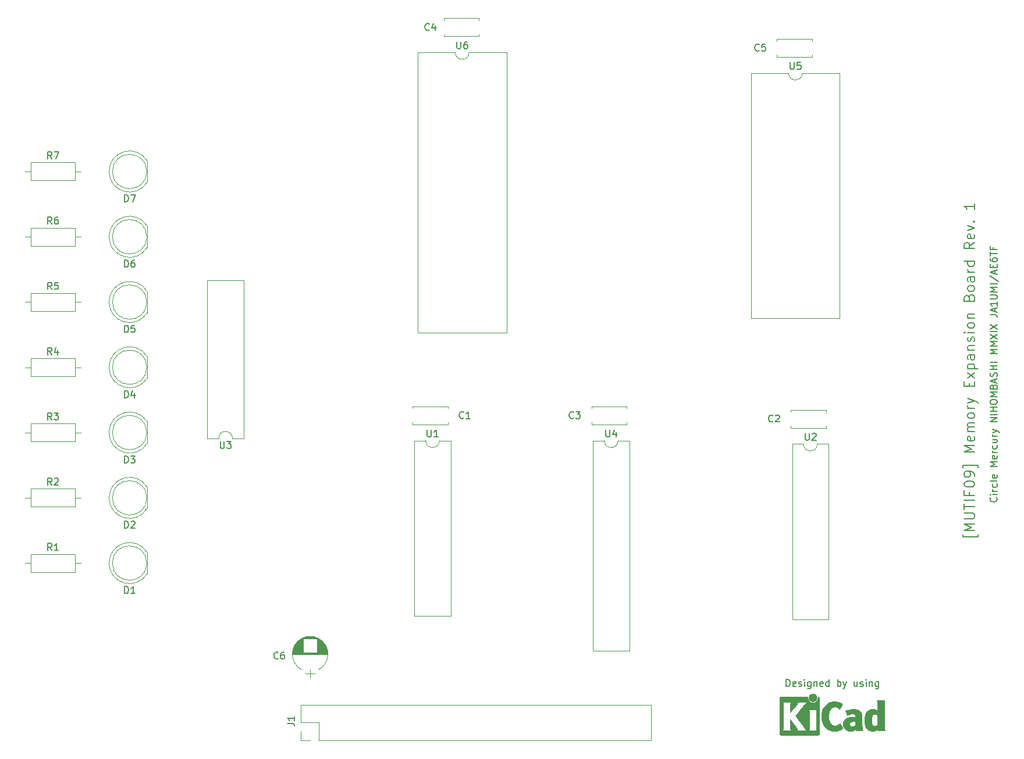
<source format=gto>
G04 #@! TF.FileFunction,Legend,Top*
%FSLAX46Y46*%
G04 Gerber Fmt 4.6, Leading zero omitted, Abs format (unit mm)*
G04 Created by KiCad (PCBNEW 4.0.7) date 03/07/19 09:20:08*
%MOMM*%
%LPD*%
G01*
G04 APERTURE LIST*
%ADD10C,0.100000*%
%ADD11C,0.200000*%
%ADD12C,0.120000*%
%ADD13C,0.010000*%
%ADD14C,0.150000*%
G04 APERTURE END LIST*
D10*
D11*
X200857143Y-104952381D02*
X200904762Y-105000000D01*
X200952381Y-105142857D01*
X200952381Y-105238095D01*
X200904762Y-105380953D01*
X200809524Y-105476191D01*
X200714286Y-105523810D01*
X200523810Y-105571429D01*
X200380952Y-105571429D01*
X200190476Y-105523810D01*
X200095238Y-105476191D01*
X200000000Y-105380953D01*
X199952381Y-105238095D01*
X199952381Y-105142857D01*
X200000000Y-105000000D01*
X200047619Y-104952381D01*
X200952381Y-104523810D02*
X200285714Y-104523810D01*
X199952381Y-104523810D02*
X200000000Y-104571429D01*
X200047619Y-104523810D01*
X200000000Y-104476191D01*
X199952381Y-104523810D01*
X200047619Y-104523810D01*
X200952381Y-104047620D02*
X200285714Y-104047620D01*
X200476190Y-104047620D02*
X200380952Y-104000001D01*
X200333333Y-103952382D01*
X200285714Y-103857144D01*
X200285714Y-103761905D01*
X200904762Y-103000000D02*
X200952381Y-103095238D01*
X200952381Y-103285715D01*
X200904762Y-103380953D01*
X200857143Y-103428572D01*
X200761905Y-103476191D01*
X200476190Y-103476191D01*
X200380952Y-103428572D01*
X200333333Y-103380953D01*
X200285714Y-103285715D01*
X200285714Y-103095238D01*
X200333333Y-103000000D01*
X200952381Y-102428572D02*
X200904762Y-102523810D01*
X200809524Y-102571429D01*
X199952381Y-102571429D01*
X200904762Y-101666666D02*
X200952381Y-101761904D01*
X200952381Y-101952381D01*
X200904762Y-102047619D01*
X200809524Y-102095238D01*
X200428571Y-102095238D01*
X200333333Y-102047619D01*
X200285714Y-101952381D01*
X200285714Y-101761904D01*
X200333333Y-101666666D01*
X200428571Y-101619047D01*
X200523810Y-101619047D01*
X200619048Y-102095238D01*
X200952381Y-100428571D02*
X199952381Y-100428571D01*
X200666667Y-100095237D01*
X199952381Y-99761904D01*
X200952381Y-99761904D01*
X200904762Y-98904761D02*
X200952381Y-98999999D01*
X200952381Y-99190476D01*
X200904762Y-99285714D01*
X200809524Y-99333333D01*
X200428571Y-99333333D01*
X200333333Y-99285714D01*
X200285714Y-99190476D01*
X200285714Y-98999999D01*
X200333333Y-98904761D01*
X200428571Y-98857142D01*
X200523810Y-98857142D01*
X200619048Y-99333333D01*
X200952381Y-98428571D02*
X200285714Y-98428571D01*
X200476190Y-98428571D02*
X200380952Y-98380952D01*
X200333333Y-98333333D01*
X200285714Y-98238095D01*
X200285714Y-98142856D01*
X200904762Y-97380951D02*
X200952381Y-97476189D01*
X200952381Y-97666666D01*
X200904762Y-97761904D01*
X200857143Y-97809523D01*
X200761905Y-97857142D01*
X200476190Y-97857142D01*
X200380952Y-97809523D01*
X200333333Y-97761904D01*
X200285714Y-97666666D01*
X200285714Y-97476189D01*
X200333333Y-97380951D01*
X200285714Y-96523808D02*
X200952381Y-96523808D01*
X200285714Y-96952380D02*
X200809524Y-96952380D01*
X200904762Y-96904761D01*
X200952381Y-96809523D01*
X200952381Y-96666665D01*
X200904762Y-96571427D01*
X200857143Y-96523808D01*
X200952381Y-96047618D02*
X200285714Y-96047618D01*
X200476190Y-96047618D02*
X200380952Y-95999999D01*
X200333333Y-95952380D01*
X200285714Y-95857142D01*
X200285714Y-95761903D01*
X200285714Y-95523808D02*
X200952381Y-95285713D01*
X200285714Y-95047617D02*
X200952381Y-95285713D01*
X201190476Y-95380951D01*
X201238095Y-95428570D01*
X201285714Y-95523808D01*
X200952381Y-93904760D02*
X199952381Y-93904760D01*
X200952381Y-93333331D01*
X199952381Y-93333331D01*
X200952381Y-92857141D02*
X199952381Y-92857141D01*
X200952381Y-92380951D02*
X199952381Y-92380951D01*
X200428571Y-92380951D02*
X200428571Y-91809522D01*
X200952381Y-91809522D02*
X199952381Y-91809522D01*
X199952381Y-91142856D02*
X199952381Y-90952379D01*
X200000000Y-90857141D01*
X200095238Y-90761903D01*
X200285714Y-90714284D01*
X200619048Y-90714284D01*
X200809524Y-90761903D01*
X200904762Y-90857141D01*
X200952381Y-90952379D01*
X200952381Y-91142856D01*
X200904762Y-91238094D01*
X200809524Y-91333332D01*
X200619048Y-91380951D01*
X200285714Y-91380951D01*
X200095238Y-91333332D01*
X200000000Y-91238094D01*
X199952381Y-91142856D01*
X200952381Y-90285713D02*
X199952381Y-90285713D01*
X200666667Y-89952379D01*
X199952381Y-89619046D01*
X200952381Y-89619046D01*
X200428571Y-88809522D02*
X200476190Y-88666665D01*
X200523810Y-88619046D01*
X200619048Y-88571427D01*
X200761905Y-88571427D01*
X200857143Y-88619046D01*
X200904762Y-88666665D01*
X200952381Y-88761903D01*
X200952381Y-89142856D01*
X199952381Y-89142856D01*
X199952381Y-88809522D01*
X200000000Y-88714284D01*
X200047619Y-88666665D01*
X200142857Y-88619046D01*
X200238095Y-88619046D01*
X200333333Y-88666665D01*
X200380952Y-88714284D01*
X200428571Y-88809522D01*
X200428571Y-89142856D01*
X200666667Y-88190475D02*
X200666667Y-87714284D01*
X200952381Y-88285713D02*
X199952381Y-87952380D01*
X200952381Y-87619046D01*
X200904762Y-87333332D02*
X200952381Y-87190475D01*
X200952381Y-86952379D01*
X200904762Y-86857141D01*
X200857143Y-86809522D01*
X200761905Y-86761903D01*
X200666667Y-86761903D01*
X200571429Y-86809522D01*
X200523810Y-86857141D01*
X200476190Y-86952379D01*
X200428571Y-87142856D01*
X200380952Y-87238094D01*
X200333333Y-87285713D01*
X200238095Y-87333332D01*
X200142857Y-87333332D01*
X200047619Y-87285713D01*
X200000000Y-87238094D01*
X199952381Y-87142856D01*
X199952381Y-86904760D01*
X200000000Y-86761903D01*
X200952381Y-86333332D02*
X199952381Y-86333332D01*
X200428571Y-86333332D02*
X200428571Y-85761903D01*
X200952381Y-85761903D02*
X199952381Y-85761903D01*
X200952381Y-85285713D02*
X199952381Y-85285713D01*
X200952381Y-84047618D02*
X199952381Y-84047618D01*
X200666667Y-83714284D01*
X199952381Y-83380951D01*
X200952381Y-83380951D01*
X200952381Y-82904761D02*
X199952381Y-82904761D01*
X200666667Y-82571427D01*
X199952381Y-82238094D01*
X200952381Y-82238094D01*
X199952381Y-81857142D02*
X200952381Y-81190475D01*
X199952381Y-81190475D02*
X200952381Y-81857142D01*
X200952381Y-80809523D02*
X199952381Y-80809523D01*
X199952381Y-80428571D02*
X200952381Y-79761904D01*
X199952381Y-79761904D02*
X200952381Y-80428571D01*
X199952381Y-78333332D02*
X200666667Y-78333332D01*
X200809524Y-78380952D01*
X200904762Y-78476190D01*
X200952381Y-78619047D01*
X200952381Y-78714285D01*
X200666667Y-77904761D02*
X200666667Y-77428570D01*
X200952381Y-77999999D02*
X199952381Y-77666666D01*
X200952381Y-77333332D01*
X200952381Y-76476189D02*
X200952381Y-77047618D01*
X200952381Y-76761904D02*
X199952381Y-76761904D01*
X200095238Y-76857142D01*
X200190476Y-76952380D01*
X200238095Y-77047618D01*
X199952381Y-76047618D02*
X200761905Y-76047618D01*
X200857143Y-75999999D01*
X200904762Y-75952380D01*
X200952381Y-75857142D01*
X200952381Y-75666665D01*
X200904762Y-75571427D01*
X200857143Y-75523808D01*
X200761905Y-75476189D01*
X199952381Y-75476189D01*
X200952381Y-74999999D02*
X199952381Y-74999999D01*
X200666667Y-74666665D01*
X199952381Y-74333332D01*
X200952381Y-74333332D01*
X200952381Y-73857142D02*
X199952381Y-73857142D01*
X199904762Y-72666666D02*
X201190476Y-73523809D01*
X200666667Y-72380952D02*
X200666667Y-71904761D01*
X200952381Y-72476190D02*
X199952381Y-72142857D01*
X200952381Y-71809523D01*
X200428571Y-71476190D02*
X200428571Y-71142856D01*
X200952381Y-70999999D02*
X200952381Y-71476190D01*
X199952381Y-71476190D01*
X199952381Y-70999999D01*
X199952381Y-70142856D02*
X199952381Y-70333333D01*
X200000000Y-70428571D01*
X200047619Y-70476190D01*
X200190476Y-70571428D01*
X200380952Y-70619047D01*
X200761905Y-70619047D01*
X200857143Y-70571428D01*
X200904762Y-70523809D01*
X200952381Y-70428571D01*
X200952381Y-70238094D01*
X200904762Y-70142856D01*
X200857143Y-70095237D01*
X200761905Y-70047618D01*
X200523810Y-70047618D01*
X200428571Y-70095237D01*
X200380952Y-70142856D01*
X200333333Y-70238094D01*
X200333333Y-70428571D01*
X200380952Y-70523809D01*
X200428571Y-70571428D01*
X200523810Y-70619047D01*
X199952381Y-69761904D02*
X199952381Y-69190475D01*
X200952381Y-69476190D02*
X199952381Y-69476190D01*
X200428571Y-68523808D02*
X200428571Y-68857142D01*
X200952381Y-68857142D02*
X199952381Y-68857142D01*
X199952381Y-68380951D01*
X198178571Y-110357143D02*
X198178571Y-110714286D01*
X196035714Y-110714286D01*
X196035714Y-110357143D01*
X197678571Y-109785714D02*
X196178571Y-109785714D01*
X197250000Y-109285714D01*
X196178571Y-108785714D01*
X197678571Y-108785714D01*
X196178571Y-108071428D02*
X197392857Y-108071428D01*
X197535714Y-108000000D01*
X197607143Y-107928571D01*
X197678571Y-107785714D01*
X197678571Y-107500000D01*
X197607143Y-107357142D01*
X197535714Y-107285714D01*
X197392857Y-107214285D01*
X196178571Y-107214285D01*
X196178571Y-106714285D02*
X196178571Y-105857142D01*
X197678571Y-106285713D02*
X196178571Y-106285713D01*
X197678571Y-105357142D02*
X196178571Y-105357142D01*
X196892857Y-104142856D02*
X196892857Y-104642856D01*
X197678571Y-104642856D02*
X196178571Y-104642856D01*
X196178571Y-103928570D01*
X196178571Y-103071428D02*
X196178571Y-102928571D01*
X196250000Y-102785714D01*
X196321429Y-102714285D01*
X196464286Y-102642856D01*
X196750000Y-102571428D01*
X197107143Y-102571428D01*
X197392857Y-102642856D01*
X197535714Y-102714285D01*
X197607143Y-102785714D01*
X197678571Y-102928571D01*
X197678571Y-103071428D01*
X197607143Y-103214285D01*
X197535714Y-103285714D01*
X197392857Y-103357142D01*
X197107143Y-103428571D01*
X196750000Y-103428571D01*
X196464286Y-103357142D01*
X196321429Y-103285714D01*
X196250000Y-103214285D01*
X196178571Y-103071428D01*
X197678571Y-101857143D02*
X197678571Y-101571428D01*
X197607143Y-101428571D01*
X197535714Y-101357143D01*
X197321429Y-101214285D01*
X197035714Y-101142857D01*
X196464286Y-101142857D01*
X196321429Y-101214285D01*
X196250000Y-101285714D01*
X196178571Y-101428571D01*
X196178571Y-101714285D01*
X196250000Y-101857143D01*
X196321429Y-101928571D01*
X196464286Y-102000000D01*
X196821429Y-102000000D01*
X196964286Y-101928571D01*
X197035714Y-101857143D01*
X197107143Y-101714285D01*
X197107143Y-101428571D01*
X197035714Y-101285714D01*
X196964286Y-101214285D01*
X196821429Y-101142857D01*
X198178571Y-100642857D02*
X198178571Y-100285714D01*
X196035714Y-100285714D01*
X196035714Y-100642857D01*
X197678571Y-98357143D02*
X196178571Y-98357143D01*
X197250000Y-97857143D01*
X196178571Y-97357143D01*
X197678571Y-97357143D01*
X197607143Y-96071429D02*
X197678571Y-96214286D01*
X197678571Y-96500000D01*
X197607143Y-96642857D01*
X197464286Y-96714286D01*
X196892857Y-96714286D01*
X196750000Y-96642857D01*
X196678571Y-96500000D01*
X196678571Y-96214286D01*
X196750000Y-96071429D01*
X196892857Y-96000000D01*
X197035714Y-96000000D01*
X197178571Y-96714286D01*
X197678571Y-95357143D02*
X196678571Y-95357143D01*
X196821429Y-95357143D02*
X196750000Y-95285715D01*
X196678571Y-95142857D01*
X196678571Y-94928572D01*
X196750000Y-94785715D01*
X196892857Y-94714286D01*
X197678571Y-94714286D01*
X196892857Y-94714286D02*
X196750000Y-94642857D01*
X196678571Y-94500000D01*
X196678571Y-94285715D01*
X196750000Y-94142857D01*
X196892857Y-94071429D01*
X197678571Y-94071429D01*
X197678571Y-93142857D02*
X197607143Y-93285715D01*
X197535714Y-93357143D01*
X197392857Y-93428572D01*
X196964286Y-93428572D01*
X196821429Y-93357143D01*
X196750000Y-93285715D01*
X196678571Y-93142857D01*
X196678571Y-92928572D01*
X196750000Y-92785715D01*
X196821429Y-92714286D01*
X196964286Y-92642857D01*
X197392857Y-92642857D01*
X197535714Y-92714286D01*
X197607143Y-92785715D01*
X197678571Y-92928572D01*
X197678571Y-93142857D01*
X197678571Y-92000000D02*
X196678571Y-92000000D01*
X196964286Y-92000000D02*
X196821429Y-91928572D01*
X196750000Y-91857143D01*
X196678571Y-91714286D01*
X196678571Y-91571429D01*
X196678571Y-91214286D02*
X197678571Y-90857143D01*
X196678571Y-90500001D02*
X197678571Y-90857143D01*
X198035714Y-91000001D01*
X198107143Y-91071429D01*
X198178571Y-91214286D01*
X196892857Y-88785715D02*
X196892857Y-88285715D01*
X197678571Y-88071429D02*
X197678571Y-88785715D01*
X196178571Y-88785715D01*
X196178571Y-88071429D01*
X197678571Y-87571429D02*
X196678571Y-86785715D01*
X196678571Y-87571429D02*
X197678571Y-86785715D01*
X196678571Y-86214286D02*
X198178571Y-86214286D01*
X196750000Y-86214286D02*
X196678571Y-86071429D01*
X196678571Y-85785715D01*
X196750000Y-85642858D01*
X196821429Y-85571429D01*
X196964286Y-85500000D01*
X197392857Y-85500000D01*
X197535714Y-85571429D01*
X197607143Y-85642858D01*
X197678571Y-85785715D01*
X197678571Y-86071429D01*
X197607143Y-86214286D01*
X197678571Y-84214286D02*
X196892857Y-84214286D01*
X196750000Y-84285715D01*
X196678571Y-84428572D01*
X196678571Y-84714286D01*
X196750000Y-84857143D01*
X197607143Y-84214286D02*
X197678571Y-84357143D01*
X197678571Y-84714286D01*
X197607143Y-84857143D01*
X197464286Y-84928572D01*
X197321429Y-84928572D01*
X197178571Y-84857143D01*
X197107143Y-84714286D01*
X197107143Y-84357143D01*
X197035714Y-84214286D01*
X196678571Y-83500000D02*
X197678571Y-83500000D01*
X196821429Y-83500000D02*
X196750000Y-83428572D01*
X196678571Y-83285714D01*
X196678571Y-83071429D01*
X196750000Y-82928572D01*
X196892857Y-82857143D01*
X197678571Y-82857143D01*
X197607143Y-82214286D02*
X197678571Y-82071429D01*
X197678571Y-81785714D01*
X197607143Y-81642857D01*
X197464286Y-81571429D01*
X197392857Y-81571429D01*
X197250000Y-81642857D01*
X197178571Y-81785714D01*
X197178571Y-82000000D01*
X197107143Y-82142857D01*
X196964286Y-82214286D01*
X196892857Y-82214286D01*
X196750000Y-82142857D01*
X196678571Y-82000000D01*
X196678571Y-81785714D01*
X196750000Y-81642857D01*
X197678571Y-80928571D02*
X196678571Y-80928571D01*
X196178571Y-80928571D02*
X196250000Y-81000000D01*
X196321429Y-80928571D01*
X196250000Y-80857143D01*
X196178571Y-80928571D01*
X196321429Y-80928571D01*
X197678571Y-79999999D02*
X197607143Y-80142857D01*
X197535714Y-80214285D01*
X197392857Y-80285714D01*
X196964286Y-80285714D01*
X196821429Y-80214285D01*
X196750000Y-80142857D01*
X196678571Y-79999999D01*
X196678571Y-79785714D01*
X196750000Y-79642857D01*
X196821429Y-79571428D01*
X196964286Y-79499999D01*
X197392857Y-79499999D01*
X197535714Y-79571428D01*
X197607143Y-79642857D01*
X197678571Y-79785714D01*
X197678571Y-79999999D01*
X196678571Y-78857142D02*
X197678571Y-78857142D01*
X196821429Y-78857142D02*
X196750000Y-78785714D01*
X196678571Y-78642856D01*
X196678571Y-78428571D01*
X196750000Y-78285714D01*
X196892857Y-78214285D01*
X197678571Y-78214285D01*
X196892857Y-75857142D02*
X196964286Y-75642856D01*
X197035714Y-75571428D01*
X197178571Y-75499999D01*
X197392857Y-75499999D01*
X197535714Y-75571428D01*
X197607143Y-75642856D01*
X197678571Y-75785714D01*
X197678571Y-76357142D01*
X196178571Y-76357142D01*
X196178571Y-75857142D01*
X196250000Y-75714285D01*
X196321429Y-75642856D01*
X196464286Y-75571428D01*
X196607143Y-75571428D01*
X196750000Y-75642856D01*
X196821429Y-75714285D01*
X196892857Y-75857142D01*
X196892857Y-76357142D01*
X197678571Y-74642856D02*
X197607143Y-74785714D01*
X197535714Y-74857142D01*
X197392857Y-74928571D01*
X196964286Y-74928571D01*
X196821429Y-74857142D01*
X196750000Y-74785714D01*
X196678571Y-74642856D01*
X196678571Y-74428571D01*
X196750000Y-74285714D01*
X196821429Y-74214285D01*
X196964286Y-74142856D01*
X197392857Y-74142856D01*
X197535714Y-74214285D01*
X197607143Y-74285714D01*
X197678571Y-74428571D01*
X197678571Y-74642856D01*
X197678571Y-72857142D02*
X196892857Y-72857142D01*
X196750000Y-72928571D01*
X196678571Y-73071428D01*
X196678571Y-73357142D01*
X196750000Y-73499999D01*
X197607143Y-72857142D02*
X197678571Y-72999999D01*
X197678571Y-73357142D01*
X197607143Y-73499999D01*
X197464286Y-73571428D01*
X197321429Y-73571428D01*
X197178571Y-73499999D01*
X197107143Y-73357142D01*
X197107143Y-72999999D01*
X197035714Y-72857142D01*
X197678571Y-72142856D02*
X196678571Y-72142856D01*
X196964286Y-72142856D02*
X196821429Y-72071428D01*
X196750000Y-71999999D01*
X196678571Y-71857142D01*
X196678571Y-71714285D01*
X197678571Y-70571428D02*
X196178571Y-70571428D01*
X197607143Y-70571428D02*
X197678571Y-70714285D01*
X197678571Y-70999999D01*
X197607143Y-71142857D01*
X197535714Y-71214285D01*
X197392857Y-71285714D01*
X196964286Y-71285714D01*
X196821429Y-71214285D01*
X196750000Y-71142857D01*
X196678571Y-70999999D01*
X196678571Y-70714285D01*
X196750000Y-70571428D01*
X197678571Y-67857142D02*
X196964286Y-68357142D01*
X197678571Y-68714285D02*
X196178571Y-68714285D01*
X196178571Y-68142857D01*
X196250000Y-67999999D01*
X196321429Y-67928571D01*
X196464286Y-67857142D01*
X196678571Y-67857142D01*
X196821429Y-67928571D01*
X196892857Y-67999999D01*
X196964286Y-68142857D01*
X196964286Y-68714285D01*
X197607143Y-66642857D02*
X197678571Y-66785714D01*
X197678571Y-67071428D01*
X197607143Y-67214285D01*
X197464286Y-67285714D01*
X196892857Y-67285714D01*
X196750000Y-67214285D01*
X196678571Y-67071428D01*
X196678571Y-66785714D01*
X196750000Y-66642857D01*
X196892857Y-66571428D01*
X197035714Y-66571428D01*
X197178571Y-67285714D01*
X196678571Y-66071428D02*
X197678571Y-65714285D01*
X196678571Y-65357143D01*
X197535714Y-64785714D02*
X197607143Y-64714286D01*
X197678571Y-64785714D01*
X197607143Y-64857143D01*
X197535714Y-64785714D01*
X197678571Y-64785714D01*
X197678571Y-62142857D02*
X197678571Y-63000000D01*
X197678571Y-62571428D02*
X196178571Y-62571428D01*
X196392857Y-62714285D01*
X196535714Y-62857143D01*
X196607143Y-63000000D01*
X170285714Y-132452381D02*
X170285714Y-131452381D01*
X170523809Y-131452381D01*
X170666667Y-131500000D01*
X170761905Y-131595238D01*
X170809524Y-131690476D01*
X170857143Y-131880952D01*
X170857143Y-132023810D01*
X170809524Y-132214286D01*
X170761905Y-132309524D01*
X170666667Y-132404762D01*
X170523809Y-132452381D01*
X170285714Y-132452381D01*
X171666667Y-132404762D02*
X171571429Y-132452381D01*
X171380952Y-132452381D01*
X171285714Y-132404762D01*
X171238095Y-132309524D01*
X171238095Y-131928571D01*
X171285714Y-131833333D01*
X171380952Y-131785714D01*
X171571429Y-131785714D01*
X171666667Y-131833333D01*
X171714286Y-131928571D01*
X171714286Y-132023810D01*
X171238095Y-132119048D01*
X172095238Y-132404762D02*
X172190476Y-132452381D01*
X172380952Y-132452381D01*
X172476191Y-132404762D01*
X172523810Y-132309524D01*
X172523810Y-132261905D01*
X172476191Y-132166667D01*
X172380952Y-132119048D01*
X172238095Y-132119048D01*
X172142857Y-132071429D01*
X172095238Y-131976190D01*
X172095238Y-131928571D01*
X172142857Y-131833333D01*
X172238095Y-131785714D01*
X172380952Y-131785714D01*
X172476191Y-131833333D01*
X172952381Y-132452381D02*
X172952381Y-131785714D01*
X172952381Y-131452381D02*
X172904762Y-131500000D01*
X172952381Y-131547619D01*
X173000000Y-131500000D01*
X172952381Y-131452381D01*
X172952381Y-131547619D01*
X173857143Y-131785714D02*
X173857143Y-132595238D01*
X173809524Y-132690476D01*
X173761905Y-132738095D01*
X173666666Y-132785714D01*
X173523809Y-132785714D01*
X173428571Y-132738095D01*
X173857143Y-132404762D02*
X173761905Y-132452381D01*
X173571428Y-132452381D01*
X173476190Y-132404762D01*
X173428571Y-132357143D01*
X173380952Y-132261905D01*
X173380952Y-131976190D01*
X173428571Y-131880952D01*
X173476190Y-131833333D01*
X173571428Y-131785714D01*
X173761905Y-131785714D01*
X173857143Y-131833333D01*
X174333333Y-131785714D02*
X174333333Y-132452381D01*
X174333333Y-131880952D02*
X174380952Y-131833333D01*
X174476190Y-131785714D01*
X174619048Y-131785714D01*
X174714286Y-131833333D01*
X174761905Y-131928571D01*
X174761905Y-132452381D01*
X175619048Y-132404762D02*
X175523810Y-132452381D01*
X175333333Y-132452381D01*
X175238095Y-132404762D01*
X175190476Y-132309524D01*
X175190476Y-131928571D01*
X175238095Y-131833333D01*
X175333333Y-131785714D01*
X175523810Y-131785714D01*
X175619048Y-131833333D01*
X175666667Y-131928571D01*
X175666667Y-132023810D01*
X175190476Y-132119048D01*
X176523810Y-132452381D02*
X176523810Y-131452381D01*
X176523810Y-132404762D02*
X176428572Y-132452381D01*
X176238095Y-132452381D01*
X176142857Y-132404762D01*
X176095238Y-132357143D01*
X176047619Y-132261905D01*
X176047619Y-131976190D01*
X176095238Y-131880952D01*
X176142857Y-131833333D01*
X176238095Y-131785714D01*
X176428572Y-131785714D01*
X176523810Y-131833333D01*
X177761905Y-132452381D02*
X177761905Y-131452381D01*
X177761905Y-131833333D02*
X177857143Y-131785714D01*
X178047620Y-131785714D01*
X178142858Y-131833333D01*
X178190477Y-131880952D01*
X178238096Y-131976190D01*
X178238096Y-132261905D01*
X178190477Y-132357143D01*
X178142858Y-132404762D01*
X178047620Y-132452381D01*
X177857143Y-132452381D01*
X177761905Y-132404762D01*
X178571429Y-131785714D02*
X178809524Y-132452381D01*
X179047620Y-131785714D02*
X178809524Y-132452381D01*
X178714286Y-132690476D01*
X178666667Y-132738095D01*
X178571429Y-132785714D01*
X180619049Y-131785714D02*
X180619049Y-132452381D01*
X180190477Y-131785714D02*
X180190477Y-132309524D01*
X180238096Y-132404762D01*
X180333334Y-132452381D01*
X180476192Y-132452381D01*
X180571430Y-132404762D01*
X180619049Y-132357143D01*
X181047620Y-132404762D02*
X181142858Y-132452381D01*
X181333334Y-132452381D01*
X181428573Y-132404762D01*
X181476192Y-132309524D01*
X181476192Y-132261905D01*
X181428573Y-132166667D01*
X181333334Y-132119048D01*
X181190477Y-132119048D01*
X181095239Y-132071429D01*
X181047620Y-131976190D01*
X181047620Y-131928571D01*
X181095239Y-131833333D01*
X181190477Y-131785714D01*
X181333334Y-131785714D01*
X181428573Y-131833333D01*
X181904763Y-132452381D02*
X181904763Y-131785714D01*
X181904763Y-131452381D02*
X181857144Y-131500000D01*
X181904763Y-131547619D01*
X181952382Y-131500000D01*
X181904763Y-131452381D01*
X181904763Y-131547619D01*
X182380953Y-131785714D02*
X182380953Y-132452381D01*
X182380953Y-131880952D02*
X182428572Y-131833333D01*
X182523810Y-131785714D01*
X182666668Y-131785714D01*
X182761906Y-131833333D01*
X182809525Y-131928571D01*
X182809525Y-132452381D01*
X183714287Y-131785714D02*
X183714287Y-132595238D01*
X183666668Y-132690476D01*
X183619049Y-132738095D01*
X183523810Y-132785714D01*
X183380953Y-132785714D01*
X183285715Y-132738095D01*
X183714287Y-132404762D02*
X183619049Y-132452381D01*
X183428572Y-132452381D01*
X183333334Y-132404762D01*
X183285715Y-132357143D01*
X183238096Y-132261905D01*
X183238096Y-131976190D01*
X183285715Y-131880952D01*
X183333334Y-131833333D01*
X183428572Y-131785714D01*
X183619049Y-131785714D01*
X183714287Y-131833333D01*
D12*
X115940000Y-91690000D02*
X121060000Y-91690000D01*
X115940000Y-94310000D02*
X121060000Y-94310000D01*
X115940000Y-91690000D02*
X115940000Y-92004000D01*
X115940000Y-93996000D02*
X115940000Y-94310000D01*
X121060000Y-91690000D02*
X121060000Y-92004000D01*
X121060000Y-93996000D02*
X121060000Y-94310000D01*
X176060000Y-94810000D02*
X170940000Y-94810000D01*
X176060000Y-92190000D02*
X170940000Y-92190000D01*
X176060000Y-94810000D02*
X176060000Y-94496000D01*
X176060000Y-92504000D02*
X176060000Y-92190000D01*
X170940000Y-94810000D02*
X170940000Y-94496000D01*
X170940000Y-92504000D02*
X170940000Y-92190000D01*
X147060000Y-94310000D02*
X141940000Y-94310000D01*
X147060000Y-91690000D02*
X141940000Y-91690000D01*
X147060000Y-94310000D02*
X147060000Y-93996000D01*
X147060000Y-92004000D02*
X147060000Y-91690000D01*
X141940000Y-94310000D02*
X141940000Y-93996000D01*
X141940000Y-92004000D02*
X141940000Y-91690000D01*
X125560000Y-37810000D02*
X120440000Y-37810000D01*
X125560000Y-35190000D02*
X120440000Y-35190000D01*
X125560000Y-37810000D02*
X125560000Y-37496000D01*
X125560000Y-35504000D02*
X125560000Y-35190000D01*
X120440000Y-37810000D02*
X120440000Y-37496000D01*
X120440000Y-35504000D02*
X120440000Y-35190000D01*
X174060000Y-40810000D02*
X168940000Y-40810000D01*
X174060000Y-38190000D02*
X168940000Y-38190000D01*
X174060000Y-40810000D02*
X174060000Y-40496000D01*
X174060000Y-38504000D02*
X174060000Y-38190000D01*
X168940000Y-40810000D02*
X168940000Y-40496000D01*
X168940000Y-38504000D02*
X168940000Y-38190000D01*
X99820277Y-125444278D02*
G75*
G03X99820000Y-130055580I1179723J-2305722D01*
G01*
X102179723Y-125444278D02*
G75*
G02X102180000Y-130055580I-1179723J-2305722D01*
G01*
X102179723Y-125444278D02*
G75*
G03X99820000Y-125444420I-1179723J-2305722D01*
G01*
X98450000Y-127750000D02*
X103550000Y-127750000D01*
X98450000Y-127710000D02*
X103550000Y-127710000D01*
X98451000Y-127670000D02*
X103549000Y-127670000D01*
X98452000Y-127630000D02*
X103548000Y-127630000D01*
X98454000Y-127590000D02*
X103546000Y-127590000D01*
X98457000Y-127550000D02*
X103543000Y-127550000D01*
X98461000Y-127510000D02*
X103539000Y-127510000D01*
X98465000Y-127470000D02*
X100020000Y-127470000D01*
X101980000Y-127470000D02*
X103535000Y-127470000D01*
X98469000Y-127430000D02*
X100020000Y-127430000D01*
X101980000Y-127430000D02*
X103531000Y-127430000D01*
X98475000Y-127390000D02*
X100020000Y-127390000D01*
X101980000Y-127390000D02*
X103525000Y-127390000D01*
X98481000Y-127350000D02*
X100020000Y-127350000D01*
X101980000Y-127350000D02*
X103519000Y-127350000D01*
X98487000Y-127310000D02*
X100020000Y-127310000D01*
X101980000Y-127310000D02*
X103513000Y-127310000D01*
X98494000Y-127270000D02*
X100020000Y-127270000D01*
X101980000Y-127270000D02*
X103506000Y-127270000D01*
X98502000Y-127230000D02*
X100020000Y-127230000D01*
X101980000Y-127230000D02*
X103498000Y-127230000D01*
X98511000Y-127190000D02*
X100020000Y-127190000D01*
X101980000Y-127190000D02*
X103489000Y-127190000D01*
X98520000Y-127150000D02*
X100020000Y-127150000D01*
X101980000Y-127150000D02*
X103480000Y-127150000D01*
X98530000Y-127110000D02*
X100020000Y-127110000D01*
X101980000Y-127110000D02*
X103470000Y-127110000D01*
X98540000Y-127070000D02*
X100020000Y-127070000D01*
X101980000Y-127070000D02*
X103460000Y-127070000D01*
X98552000Y-127029000D02*
X100020000Y-127029000D01*
X101980000Y-127029000D02*
X103448000Y-127029000D01*
X98564000Y-126989000D02*
X100020000Y-126989000D01*
X101980000Y-126989000D02*
X103436000Y-126989000D01*
X98576000Y-126949000D02*
X100020000Y-126949000D01*
X101980000Y-126949000D02*
X103424000Y-126949000D01*
X98590000Y-126909000D02*
X100020000Y-126909000D01*
X101980000Y-126909000D02*
X103410000Y-126909000D01*
X98604000Y-126869000D02*
X100020000Y-126869000D01*
X101980000Y-126869000D02*
X103396000Y-126869000D01*
X98618000Y-126829000D02*
X100020000Y-126829000D01*
X101980000Y-126829000D02*
X103382000Y-126829000D01*
X98634000Y-126789000D02*
X100020000Y-126789000D01*
X101980000Y-126789000D02*
X103366000Y-126789000D01*
X98650000Y-126749000D02*
X100020000Y-126749000D01*
X101980000Y-126749000D02*
X103350000Y-126749000D01*
X98667000Y-126709000D02*
X100020000Y-126709000D01*
X101980000Y-126709000D02*
X103333000Y-126709000D01*
X98685000Y-126669000D02*
X100020000Y-126669000D01*
X101980000Y-126669000D02*
X103315000Y-126669000D01*
X98704000Y-126629000D02*
X100020000Y-126629000D01*
X101980000Y-126629000D02*
X103296000Y-126629000D01*
X98724000Y-126589000D02*
X100020000Y-126589000D01*
X101980000Y-126589000D02*
X103276000Y-126589000D01*
X98744000Y-126549000D02*
X100020000Y-126549000D01*
X101980000Y-126549000D02*
X103256000Y-126549000D01*
X98766000Y-126509000D02*
X100020000Y-126509000D01*
X101980000Y-126509000D02*
X103234000Y-126509000D01*
X98788000Y-126469000D02*
X100020000Y-126469000D01*
X101980000Y-126469000D02*
X103212000Y-126469000D01*
X98811000Y-126429000D02*
X100020000Y-126429000D01*
X101980000Y-126429000D02*
X103189000Y-126429000D01*
X98835000Y-126389000D02*
X100020000Y-126389000D01*
X101980000Y-126389000D02*
X103165000Y-126389000D01*
X98860000Y-126349000D02*
X100020000Y-126349000D01*
X101980000Y-126349000D02*
X103140000Y-126349000D01*
X98887000Y-126309000D02*
X100020000Y-126309000D01*
X101980000Y-126309000D02*
X103113000Y-126309000D01*
X98914000Y-126269000D02*
X100020000Y-126269000D01*
X101980000Y-126269000D02*
X103086000Y-126269000D01*
X98942000Y-126229000D02*
X100020000Y-126229000D01*
X101980000Y-126229000D02*
X103058000Y-126229000D01*
X98972000Y-126189000D02*
X100020000Y-126189000D01*
X101980000Y-126189000D02*
X103028000Y-126189000D01*
X99003000Y-126149000D02*
X100020000Y-126149000D01*
X101980000Y-126149000D02*
X102997000Y-126149000D01*
X99035000Y-126109000D02*
X100020000Y-126109000D01*
X101980000Y-126109000D02*
X102965000Y-126109000D01*
X99068000Y-126069000D02*
X100020000Y-126069000D01*
X101980000Y-126069000D02*
X102932000Y-126069000D01*
X99103000Y-126029000D02*
X100020000Y-126029000D01*
X101980000Y-126029000D02*
X102897000Y-126029000D01*
X99139000Y-125989000D02*
X100020000Y-125989000D01*
X101980000Y-125989000D02*
X102861000Y-125989000D01*
X99177000Y-125949000D02*
X100020000Y-125949000D01*
X101980000Y-125949000D02*
X102823000Y-125949000D01*
X99217000Y-125909000D02*
X100020000Y-125909000D01*
X101980000Y-125909000D02*
X102783000Y-125909000D01*
X99258000Y-125869000D02*
X100020000Y-125869000D01*
X101980000Y-125869000D02*
X102742000Y-125869000D01*
X99301000Y-125829000D02*
X100020000Y-125829000D01*
X101980000Y-125829000D02*
X102699000Y-125829000D01*
X99346000Y-125789000D02*
X100020000Y-125789000D01*
X101980000Y-125789000D02*
X102654000Y-125789000D01*
X99394000Y-125749000D02*
X100020000Y-125749000D01*
X101980000Y-125749000D02*
X102606000Y-125749000D01*
X99444000Y-125709000D02*
X100020000Y-125709000D01*
X101980000Y-125709000D02*
X102556000Y-125709000D01*
X99496000Y-125669000D02*
X100020000Y-125669000D01*
X101980000Y-125669000D02*
X102504000Y-125669000D01*
X99552000Y-125629000D02*
X100020000Y-125629000D01*
X101980000Y-125629000D02*
X102448000Y-125629000D01*
X99610000Y-125589000D02*
X100020000Y-125589000D01*
X101980000Y-125589000D02*
X102390000Y-125589000D01*
X99673000Y-125549000D02*
X100020000Y-125549000D01*
X101980000Y-125549000D02*
X102327000Y-125549000D01*
X99739000Y-125509000D02*
X102261000Y-125509000D01*
X99811000Y-125469000D02*
X102189000Y-125469000D01*
X99888000Y-125429000D02*
X102112000Y-125429000D01*
X99972000Y-125389000D02*
X102028000Y-125389000D01*
X100066000Y-125349000D02*
X101934000Y-125349000D01*
X100171000Y-125309000D02*
X101829000Y-125309000D01*
X100293000Y-125269000D02*
X101707000Y-125269000D01*
X100441000Y-125229000D02*
X101559000Y-125229000D01*
X100646000Y-125189000D02*
X101354000Y-125189000D01*
X101000000Y-131200000D02*
X101000000Y-130000000D01*
X100350000Y-130600000D02*
X101650000Y-130600000D01*
X71740000Y-114499538D02*
G75*
G03X77290000Y-116044830I2990000J-462D01*
G01*
X71740000Y-114500462D02*
G75*
G02X77290000Y-112955170I2990000J462D01*
G01*
X77230000Y-114500000D02*
G75*
G03X77230000Y-114500000I-2500000J0D01*
G01*
X77290000Y-116045000D02*
X77290000Y-112955000D01*
X71740000Y-104999538D02*
G75*
G03X77290000Y-106544830I2990000J-462D01*
G01*
X71740000Y-105000462D02*
G75*
G02X77290000Y-103455170I2990000J462D01*
G01*
X77230000Y-105000000D02*
G75*
G03X77230000Y-105000000I-2500000J0D01*
G01*
X77290000Y-106545000D02*
X77290000Y-103455000D01*
X71740000Y-95499538D02*
G75*
G03X77290000Y-97044830I2990000J-462D01*
G01*
X71740000Y-95500462D02*
G75*
G02X77290000Y-93955170I2990000J462D01*
G01*
X77230000Y-95500000D02*
G75*
G03X77230000Y-95500000I-2500000J0D01*
G01*
X77290000Y-97045000D02*
X77290000Y-93955000D01*
X71740000Y-85999538D02*
G75*
G03X77290000Y-87544830I2990000J-462D01*
G01*
X71740000Y-86000462D02*
G75*
G02X77290000Y-84455170I2990000J462D01*
G01*
X77230000Y-86000000D02*
G75*
G03X77230000Y-86000000I-2500000J0D01*
G01*
X77290000Y-87545000D02*
X77290000Y-84455000D01*
X71740000Y-76499538D02*
G75*
G03X77290000Y-78044830I2990000J-462D01*
G01*
X71740000Y-76500462D02*
G75*
G02X77290000Y-74955170I2990000J462D01*
G01*
X77230000Y-76500000D02*
G75*
G03X77230000Y-76500000I-2500000J0D01*
G01*
X77290000Y-78045000D02*
X77290000Y-74955000D01*
X71740000Y-66999538D02*
G75*
G03X77290000Y-68544830I2990000J-462D01*
G01*
X71740000Y-67000462D02*
G75*
G02X77290000Y-65455170I2990000J462D01*
G01*
X77230000Y-67000000D02*
G75*
G03X77230000Y-67000000I-2500000J0D01*
G01*
X77290000Y-68545000D02*
X77290000Y-65455000D01*
X71740000Y-57499538D02*
G75*
G03X77290000Y-59044830I2990000J-462D01*
G01*
X71740000Y-57500462D02*
G75*
G02X77290000Y-55955170I2990000J462D01*
G01*
X77230000Y-57500000D02*
G75*
G03X77230000Y-57500000I-2500000J0D01*
G01*
X77290000Y-59045000D02*
X77290000Y-55955000D01*
X150590000Y-140330000D02*
X150590000Y-135130000D01*
X102270000Y-140330000D02*
X150590000Y-140330000D01*
X99670000Y-135130000D02*
X150590000Y-135130000D01*
X102270000Y-140330000D02*
X102270000Y-137730000D01*
X102270000Y-137730000D02*
X99670000Y-137730000D01*
X99670000Y-137730000D02*
X99670000Y-135130000D01*
X101000000Y-140330000D02*
X99670000Y-140330000D01*
X99670000Y-140330000D02*
X99670000Y-139000000D01*
X60370000Y-113190000D02*
X60370000Y-115810000D01*
X60370000Y-115810000D02*
X66790000Y-115810000D01*
X66790000Y-115810000D02*
X66790000Y-113190000D01*
X66790000Y-113190000D02*
X60370000Y-113190000D01*
X59480000Y-114500000D02*
X60370000Y-114500000D01*
X67680000Y-114500000D02*
X66790000Y-114500000D01*
X60370000Y-103690000D02*
X60370000Y-106310000D01*
X60370000Y-106310000D02*
X66790000Y-106310000D01*
X66790000Y-106310000D02*
X66790000Y-103690000D01*
X66790000Y-103690000D02*
X60370000Y-103690000D01*
X59480000Y-105000000D02*
X60370000Y-105000000D01*
X67680000Y-105000000D02*
X66790000Y-105000000D01*
X60370000Y-94190000D02*
X60370000Y-96810000D01*
X60370000Y-96810000D02*
X66790000Y-96810000D01*
X66790000Y-96810000D02*
X66790000Y-94190000D01*
X66790000Y-94190000D02*
X60370000Y-94190000D01*
X59480000Y-95500000D02*
X60370000Y-95500000D01*
X67680000Y-95500000D02*
X66790000Y-95500000D01*
X60370000Y-84690000D02*
X60370000Y-87310000D01*
X60370000Y-87310000D02*
X66790000Y-87310000D01*
X66790000Y-87310000D02*
X66790000Y-84690000D01*
X66790000Y-84690000D02*
X60370000Y-84690000D01*
X59480000Y-86000000D02*
X60370000Y-86000000D01*
X67680000Y-86000000D02*
X66790000Y-86000000D01*
X60370000Y-75190000D02*
X60370000Y-77810000D01*
X60370000Y-77810000D02*
X66790000Y-77810000D01*
X66790000Y-77810000D02*
X66790000Y-75190000D01*
X66790000Y-75190000D02*
X60370000Y-75190000D01*
X59480000Y-76500000D02*
X60370000Y-76500000D01*
X67680000Y-76500000D02*
X66790000Y-76500000D01*
X60370000Y-65690000D02*
X60370000Y-68310000D01*
X60370000Y-68310000D02*
X66790000Y-68310000D01*
X66790000Y-68310000D02*
X66790000Y-65690000D01*
X66790000Y-65690000D02*
X60370000Y-65690000D01*
X59480000Y-67000000D02*
X60370000Y-67000000D01*
X67680000Y-67000000D02*
X66790000Y-67000000D01*
X60370000Y-56190000D02*
X60370000Y-58810000D01*
X60370000Y-58810000D02*
X66790000Y-58810000D01*
X66790000Y-58810000D02*
X66790000Y-56190000D01*
X66790000Y-56190000D02*
X60370000Y-56190000D01*
X59480000Y-57500000D02*
X60370000Y-57500000D01*
X67680000Y-57500000D02*
X66790000Y-57500000D01*
X119810000Y-96670000D02*
G75*
G02X117810000Y-96670000I-1000000J0D01*
G01*
X117810000Y-96670000D02*
X116160000Y-96670000D01*
X116160000Y-96670000D02*
X116160000Y-122190000D01*
X116160000Y-122190000D02*
X121460000Y-122190000D01*
X121460000Y-122190000D02*
X121460000Y-96670000D01*
X121460000Y-96670000D02*
X119810000Y-96670000D01*
X174810000Y-97170000D02*
G75*
G02X172810000Y-97170000I-1000000J0D01*
G01*
X172810000Y-97170000D02*
X171160000Y-97170000D01*
X171160000Y-97170000D02*
X171160000Y-122690000D01*
X171160000Y-122690000D02*
X176460000Y-122690000D01*
X176460000Y-122690000D02*
X176460000Y-97170000D01*
X176460000Y-97170000D02*
X174810000Y-97170000D01*
X87690000Y-96330000D02*
G75*
G02X89690000Y-96330000I1000000J0D01*
G01*
X89690000Y-96330000D02*
X91340000Y-96330000D01*
X91340000Y-96330000D02*
X91340000Y-73350000D01*
X91340000Y-73350000D02*
X86040000Y-73350000D01*
X86040000Y-73350000D02*
X86040000Y-96330000D01*
X86040000Y-96330000D02*
X87690000Y-96330000D01*
X145810000Y-96670000D02*
G75*
G02X143810000Y-96670000I-1000000J0D01*
G01*
X143810000Y-96670000D02*
X142160000Y-96670000D01*
X142160000Y-96670000D02*
X142160000Y-127270000D01*
X142160000Y-127270000D02*
X147460000Y-127270000D01*
X147460000Y-127270000D02*
X147460000Y-96670000D01*
X147460000Y-96670000D02*
X145810000Y-96670000D01*
X172620000Y-43170000D02*
G75*
G02X170620000Y-43170000I-1000000J0D01*
G01*
X170620000Y-43170000D02*
X165160000Y-43170000D01*
X165160000Y-43170000D02*
X165160000Y-78850000D01*
X165160000Y-78850000D02*
X178080000Y-78850000D01*
X178080000Y-78850000D02*
X178080000Y-43170000D01*
X178080000Y-43170000D02*
X172620000Y-43170000D01*
X124120000Y-40170000D02*
G75*
G02X122120000Y-40170000I-1000000J0D01*
G01*
X122120000Y-40170000D02*
X116660000Y-40170000D01*
X116660000Y-40170000D02*
X116660000Y-80930000D01*
X116660000Y-80930000D02*
X129580000Y-80930000D01*
X129580000Y-80930000D02*
X129580000Y-40170000D01*
X129580000Y-40170000D02*
X124120000Y-40170000D01*
D13*
G36*
X171044257Y-133973689D02*
X171308780Y-133973725D01*
X171431912Y-133973730D01*
X173402811Y-133973730D01*
X173402811Y-134089910D01*
X173415211Y-134231291D01*
X173452636Y-134361684D01*
X173515423Y-134481862D01*
X173603906Y-134592602D01*
X173633843Y-134622511D01*
X173741534Y-134707348D01*
X173860275Y-134769221D01*
X173986540Y-134808159D01*
X174116803Y-134824190D01*
X174247535Y-134817342D01*
X174375212Y-134787643D01*
X174496305Y-134735120D01*
X174607288Y-134659803D01*
X174657132Y-134614363D01*
X174750017Y-134502952D01*
X174818127Y-134380435D01*
X174860871Y-134248215D01*
X174877653Y-134107692D01*
X174877876Y-134093867D01*
X174878756Y-133973734D01*
X174931557Y-133973732D01*
X174978396Y-133980089D01*
X175021183Y-133995556D01*
X175024011Y-133997154D01*
X175033675Y-134002168D01*
X175042549Y-134006073D01*
X175050665Y-134010007D01*
X175058057Y-134015106D01*
X175064755Y-134022508D01*
X175070792Y-134033351D01*
X175076199Y-134048772D01*
X175081010Y-134069909D01*
X175085255Y-134097899D01*
X175088968Y-134133879D01*
X175092179Y-134178987D01*
X175094922Y-134234360D01*
X175097228Y-134301137D01*
X175099129Y-134380453D01*
X175100658Y-134473447D01*
X175101846Y-134581257D01*
X175102726Y-134705019D01*
X175103330Y-134845871D01*
X175103689Y-135004950D01*
X175103835Y-135183395D01*
X175103802Y-135382342D01*
X175103620Y-135602929D01*
X175103323Y-135846293D01*
X175102941Y-136113572D01*
X175102508Y-136405903D01*
X175102055Y-136724424D01*
X175102002Y-136763230D01*
X175101596Y-137083782D01*
X175101251Y-137378012D01*
X175100931Y-137647056D01*
X175100600Y-137892052D01*
X175100221Y-138114137D01*
X175099757Y-138314447D01*
X175099172Y-138494119D01*
X175098430Y-138654290D01*
X175097494Y-138796098D01*
X175096327Y-138920679D01*
X175094893Y-139029170D01*
X175093156Y-139122707D01*
X175091078Y-139202429D01*
X175088624Y-139269472D01*
X175085756Y-139324973D01*
X175082439Y-139370068D01*
X175078636Y-139405895D01*
X175074310Y-139433591D01*
X175069425Y-139454293D01*
X175063945Y-139469137D01*
X175057832Y-139479260D01*
X175051050Y-139485800D01*
X175043563Y-139489893D01*
X175035334Y-139492676D01*
X175026327Y-139495287D01*
X175016505Y-139498862D01*
X175014106Y-139499950D01*
X175006565Y-139502396D01*
X174993944Y-139504642D01*
X174975141Y-139506698D01*
X174949053Y-139508572D01*
X174914578Y-139510271D01*
X174870615Y-139511803D01*
X174816061Y-139513177D01*
X174749815Y-139514400D01*
X174670774Y-139515481D01*
X174577837Y-139516427D01*
X174469901Y-139517247D01*
X174345864Y-139517947D01*
X174204624Y-139518538D01*
X174045079Y-139519025D01*
X173866128Y-139519419D01*
X173666668Y-139519725D01*
X173445596Y-139519953D01*
X173201812Y-139520110D01*
X172934213Y-139520205D01*
X172641697Y-139520245D01*
X172323161Y-139520238D01*
X172219979Y-139520228D01*
X171894377Y-139520176D01*
X171595119Y-139520091D01*
X171321091Y-139519963D01*
X171071176Y-139519785D01*
X170844260Y-139519548D01*
X170639227Y-139519242D01*
X170454962Y-139518860D01*
X170290350Y-139518392D01*
X170144275Y-139517830D01*
X170015624Y-139517165D01*
X169903279Y-139516388D01*
X169806126Y-139515491D01*
X169723050Y-139514465D01*
X169652936Y-139513301D01*
X169594668Y-139511991D01*
X169547131Y-139510525D01*
X169509210Y-139508896D01*
X169479790Y-139507093D01*
X169457755Y-139505110D01*
X169441990Y-139502936D01*
X169431380Y-139500563D01*
X169425596Y-139498391D01*
X169415316Y-139494056D01*
X169405878Y-139490859D01*
X169397245Y-139487665D01*
X169389381Y-139483338D01*
X169382252Y-139476744D01*
X169375821Y-139466747D01*
X169370053Y-139452212D01*
X169364911Y-139432003D01*
X169360360Y-139404985D01*
X169356365Y-139370023D01*
X169352889Y-139325981D01*
X169349898Y-139271724D01*
X169347354Y-139206117D01*
X169345223Y-139128024D01*
X169343468Y-139036310D01*
X169342055Y-138929840D01*
X169341685Y-138888973D01*
X169708116Y-138888973D01*
X171003266Y-138888973D01*
X170978345Y-138851217D01*
X170953553Y-138812417D01*
X170932560Y-138775469D01*
X170915065Y-138737788D01*
X170900770Y-138696788D01*
X170889377Y-138649883D01*
X170880587Y-138594487D01*
X170874102Y-138528016D01*
X170869623Y-138447883D01*
X170866850Y-138351502D01*
X170865487Y-138236289D01*
X170865233Y-138099657D01*
X170865791Y-137939020D01*
X170866107Y-137879382D01*
X170869675Y-137240041D01*
X171274702Y-137791449D01*
X171389446Y-137947876D01*
X171488857Y-138084088D01*
X171574010Y-138201890D01*
X171645978Y-138303084D01*
X171705834Y-138389477D01*
X171754652Y-138462874D01*
X171793505Y-138525077D01*
X171823466Y-138577893D01*
X171845609Y-138623125D01*
X171861007Y-138662578D01*
X171870734Y-138698058D01*
X171875863Y-138731368D01*
X171877468Y-138764313D01*
X171876621Y-138798697D01*
X171876405Y-138803019D01*
X171871946Y-138889031D01*
X173291308Y-138888973D01*
X173185735Y-138782522D01*
X173157087Y-138753406D01*
X173129910Y-138725076D01*
X173103011Y-138695968D01*
X173075197Y-138664520D01*
X173045275Y-138629169D01*
X173012054Y-138588354D01*
X172974339Y-138540511D01*
X172930940Y-138484079D01*
X172880662Y-138417494D01*
X172822312Y-138339195D01*
X172754700Y-138247619D01*
X172676631Y-138141204D01*
X172586912Y-138018387D01*
X172484352Y-137877605D01*
X172367758Y-137717297D01*
X172272191Y-137585798D01*
X172152251Y-137420596D01*
X172047620Y-137276152D01*
X171957352Y-137151094D01*
X171880497Y-137044052D01*
X171816109Y-136953654D01*
X171763239Y-136878529D01*
X171720940Y-136817304D01*
X171688264Y-136768610D01*
X171664262Y-136731074D01*
X171647987Y-136703325D01*
X171638492Y-136683992D01*
X171634827Y-136671703D01*
X171635929Y-136665242D01*
X171649276Y-136648048D01*
X171678134Y-136611655D01*
X171720760Y-136558224D01*
X171775415Y-136489919D01*
X171840356Y-136408903D01*
X171913842Y-136317340D01*
X171994132Y-136217392D01*
X172079485Y-136111224D01*
X172168160Y-136000997D01*
X172258414Y-135888876D01*
X172308056Y-135827244D01*
X173540627Y-135827244D01*
X173591854Y-135919919D01*
X173643081Y-136012595D01*
X173643081Y-138703622D01*
X173591854Y-138796298D01*
X173540627Y-138888973D01*
X174146604Y-138888973D01*
X174291266Y-138888931D01*
X174410756Y-138888741D01*
X174507358Y-138888308D01*
X174583358Y-138887536D01*
X174641043Y-138886330D01*
X174682699Y-138884594D01*
X174710611Y-138882232D01*
X174727065Y-138879150D01*
X174734348Y-138875251D01*
X174734745Y-138870440D01*
X174730542Y-138864622D01*
X174730499Y-138864574D01*
X174713187Y-138839532D01*
X174690264Y-138798815D01*
X174670019Y-138758168D01*
X174631621Y-138676162D01*
X174623789Y-135827244D01*
X173540627Y-135827244D01*
X172308056Y-135827244D01*
X172348507Y-135777024D01*
X172436698Y-135667604D01*
X172521246Y-135562778D01*
X172600408Y-135464711D01*
X172672444Y-135375566D01*
X172735613Y-135297505D01*
X172788173Y-135232692D01*
X172828383Y-135183290D01*
X172852000Y-135154487D01*
X172943710Y-135046778D01*
X173031940Y-134949580D01*
X173113597Y-134866076D01*
X173185590Y-134799448D01*
X173236681Y-134758599D01*
X173297093Y-134715135D01*
X171907702Y-134715135D01*
X171908092Y-134796666D01*
X171904209Y-134856606D01*
X171889610Y-134912177D01*
X171867012Y-134964855D01*
X171852322Y-134994615D01*
X171836528Y-135024103D01*
X171818186Y-135055276D01*
X171795855Y-135090093D01*
X171768091Y-135130510D01*
X171733451Y-135178486D01*
X171690493Y-135235978D01*
X171637773Y-135304943D01*
X171573849Y-135387339D01*
X171497279Y-135485124D01*
X171406619Y-135600255D01*
X171300426Y-135734690D01*
X171288432Y-135749859D01*
X170869675Y-136279412D01*
X170865622Y-135692922D01*
X170864805Y-135517251D01*
X170864979Y-135368532D01*
X170866151Y-135246275D01*
X170868331Y-135149989D01*
X170871526Y-135079183D01*
X170875744Y-135033369D01*
X170877162Y-135024679D01*
X170899409Y-134933135D01*
X170928557Y-134850608D01*
X170961818Y-134784253D01*
X170981800Y-134756110D01*
X171016278Y-134715135D01*
X170362086Y-134715135D01*
X170206031Y-134715269D01*
X170075533Y-134715703D01*
X169968690Y-134716489D01*
X169883602Y-134717676D01*
X169818365Y-134719317D01*
X169771079Y-134721461D01*
X169739843Y-134724159D01*
X169722754Y-134727462D01*
X169717912Y-134731421D01*
X169718247Y-134732298D01*
X169732115Y-134753231D01*
X169755268Y-134786412D01*
X169767246Y-134803193D01*
X169779631Y-134819940D01*
X169790763Y-134834915D01*
X169800712Y-134849594D01*
X169809549Y-134865449D01*
X169817343Y-134883955D01*
X169824165Y-134906585D01*
X169830084Y-134934813D01*
X169835171Y-134970113D01*
X169839496Y-135013958D01*
X169843129Y-135067822D01*
X169846140Y-135133180D01*
X169848599Y-135211504D01*
X169850577Y-135304268D01*
X169852142Y-135412947D01*
X169853366Y-135539013D01*
X169854319Y-135683942D01*
X169855070Y-135849206D01*
X169855689Y-136036279D01*
X169856248Y-136246635D01*
X169856815Y-136481748D01*
X169857345Y-136697741D01*
X169857845Y-136938535D01*
X169858105Y-137168274D01*
X169858132Y-137385493D01*
X169857933Y-137588722D01*
X169857514Y-137776496D01*
X169856882Y-137947345D01*
X169856044Y-138099803D01*
X169855008Y-138232403D01*
X169853780Y-138343676D01*
X169852367Y-138432156D01*
X169850775Y-138496375D01*
X169849013Y-138534865D01*
X169848679Y-138538933D01*
X169836534Y-138632248D01*
X169817573Y-138707190D01*
X169788698Y-138772594D01*
X169746810Y-138837293D01*
X169741571Y-138844352D01*
X169708116Y-138888973D01*
X169341685Y-138888973D01*
X169340946Y-138807479D01*
X169340107Y-138668090D01*
X169339502Y-138510539D01*
X169339095Y-138333691D01*
X169338850Y-138136410D01*
X169338733Y-137917560D01*
X169338705Y-137676007D01*
X169338733Y-137410615D01*
X169338780Y-137120249D01*
X169338810Y-136803773D01*
X169338811Y-136740946D01*
X169338828Y-136421137D01*
X169338888Y-136127661D01*
X169338998Y-135859390D01*
X169339167Y-135615198D01*
X169339403Y-135393957D01*
X169339716Y-135194540D01*
X169340115Y-135015820D01*
X169340607Y-134856671D01*
X169341203Y-134715966D01*
X169341910Y-134592576D01*
X169342737Y-134485376D01*
X169343693Y-134393238D01*
X169344787Y-134315035D01*
X169346027Y-134249641D01*
X169347422Y-134195928D01*
X169348982Y-134152769D01*
X169350714Y-134119037D01*
X169352628Y-134093605D01*
X169354732Y-134075347D01*
X169357034Y-134063134D01*
X169359545Y-134055841D01*
X169359637Y-134055659D01*
X169364808Y-134044518D01*
X169369115Y-134034431D01*
X169373879Y-134025346D01*
X169380422Y-134017212D01*
X169390065Y-134009976D01*
X169404129Y-134003586D01*
X169423937Y-133997989D01*
X169450809Y-133993133D01*
X169486067Y-133988966D01*
X169531032Y-133985436D01*
X169587026Y-133982491D01*
X169655371Y-133980077D01*
X169737386Y-133978144D01*
X169834395Y-133976638D01*
X169947718Y-133975508D01*
X170078677Y-133974702D01*
X170228593Y-133974166D01*
X170398787Y-133973849D01*
X170590582Y-133973699D01*
X170805298Y-133973663D01*
X171044257Y-133973689D01*
X171044257Y-133973689D01*
G37*
X171044257Y-133973689D02*
X171308780Y-133973725D01*
X171431912Y-133973730D01*
X173402811Y-133973730D01*
X173402811Y-134089910D01*
X173415211Y-134231291D01*
X173452636Y-134361684D01*
X173515423Y-134481862D01*
X173603906Y-134592602D01*
X173633843Y-134622511D01*
X173741534Y-134707348D01*
X173860275Y-134769221D01*
X173986540Y-134808159D01*
X174116803Y-134824190D01*
X174247535Y-134817342D01*
X174375212Y-134787643D01*
X174496305Y-134735120D01*
X174607288Y-134659803D01*
X174657132Y-134614363D01*
X174750017Y-134502952D01*
X174818127Y-134380435D01*
X174860871Y-134248215D01*
X174877653Y-134107692D01*
X174877876Y-134093867D01*
X174878756Y-133973734D01*
X174931557Y-133973732D01*
X174978396Y-133980089D01*
X175021183Y-133995556D01*
X175024011Y-133997154D01*
X175033675Y-134002168D01*
X175042549Y-134006073D01*
X175050665Y-134010007D01*
X175058057Y-134015106D01*
X175064755Y-134022508D01*
X175070792Y-134033351D01*
X175076199Y-134048772D01*
X175081010Y-134069909D01*
X175085255Y-134097899D01*
X175088968Y-134133879D01*
X175092179Y-134178987D01*
X175094922Y-134234360D01*
X175097228Y-134301137D01*
X175099129Y-134380453D01*
X175100658Y-134473447D01*
X175101846Y-134581257D01*
X175102726Y-134705019D01*
X175103330Y-134845871D01*
X175103689Y-135004950D01*
X175103835Y-135183395D01*
X175103802Y-135382342D01*
X175103620Y-135602929D01*
X175103323Y-135846293D01*
X175102941Y-136113572D01*
X175102508Y-136405903D01*
X175102055Y-136724424D01*
X175102002Y-136763230D01*
X175101596Y-137083782D01*
X175101251Y-137378012D01*
X175100931Y-137647056D01*
X175100600Y-137892052D01*
X175100221Y-138114137D01*
X175099757Y-138314447D01*
X175099172Y-138494119D01*
X175098430Y-138654290D01*
X175097494Y-138796098D01*
X175096327Y-138920679D01*
X175094893Y-139029170D01*
X175093156Y-139122707D01*
X175091078Y-139202429D01*
X175088624Y-139269472D01*
X175085756Y-139324973D01*
X175082439Y-139370068D01*
X175078636Y-139405895D01*
X175074310Y-139433591D01*
X175069425Y-139454293D01*
X175063945Y-139469137D01*
X175057832Y-139479260D01*
X175051050Y-139485800D01*
X175043563Y-139489893D01*
X175035334Y-139492676D01*
X175026327Y-139495287D01*
X175016505Y-139498862D01*
X175014106Y-139499950D01*
X175006565Y-139502396D01*
X174993944Y-139504642D01*
X174975141Y-139506698D01*
X174949053Y-139508572D01*
X174914578Y-139510271D01*
X174870615Y-139511803D01*
X174816061Y-139513177D01*
X174749815Y-139514400D01*
X174670774Y-139515481D01*
X174577837Y-139516427D01*
X174469901Y-139517247D01*
X174345864Y-139517947D01*
X174204624Y-139518538D01*
X174045079Y-139519025D01*
X173866128Y-139519419D01*
X173666668Y-139519725D01*
X173445596Y-139519953D01*
X173201812Y-139520110D01*
X172934213Y-139520205D01*
X172641697Y-139520245D01*
X172323161Y-139520238D01*
X172219979Y-139520228D01*
X171894377Y-139520176D01*
X171595119Y-139520091D01*
X171321091Y-139519963D01*
X171071176Y-139519785D01*
X170844260Y-139519548D01*
X170639227Y-139519242D01*
X170454962Y-139518860D01*
X170290350Y-139518392D01*
X170144275Y-139517830D01*
X170015624Y-139517165D01*
X169903279Y-139516388D01*
X169806126Y-139515491D01*
X169723050Y-139514465D01*
X169652936Y-139513301D01*
X169594668Y-139511991D01*
X169547131Y-139510525D01*
X169509210Y-139508896D01*
X169479790Y-139507093D01*
X169457755Y-139505110D01*
X169441990Y-139502936D01*
X169431380Y-139500563D01*
X169425596Y-139498391D01*
X169415316Y-139494056D01*
X169405878Y-139490859D01*
X169397245Y-139487665D01*
X169389381Y-139483338D01*
X169382252Y-139476744D01*
X169375821Y-139466747D01*
X169370053Y-139452212D01*
X169364911Y-139432003D01*
X169360360Y-139404985D01*
X169356365Y-139370023D01*
X169352889Y-139325981D01*
X169349898Y-139271724D01*
X169347354Y-139206117D01*
X169345223Y-139128024D01*
X169343468Y-139036310D01*
X169342055Y-138929840D01*
X169341685Y-138888973D01*
X169708116Y-138888973D01*
X171003266Y-138888973D01*
X170978345Y-138851217D01*
X170953553Y-138812417D01*
X170932560Y-138775469D01*
X170915065Y-138737788D01*
X170900770Y-138696788D01*
X170889377Y-138649883D01*
X170880587Y-138594487D01*
X170874102Y-138528016D01*
X170869623Y-138447883D01*
X170866850Y-138351502D01*
X170865487Y-138236289D01*
X170865233Y-138099657D01*
X170865791Y-137939020D01*
X170866107Y-137879382D01*
X170869675Y-137240041D01*
X171274702Y-137791449D01*
X171389446Y-137947876D01*
X171488857Y-138084088D01*
X171574010Y-138201890D01*
X171645978Y-138303084D01*
X171705834Y-138389477D01*
X171754652Y-138462874D01*
X171793505Y-138525077D01*
X171823466Y-138577893D01*
X171845609Y-138623125D01*
X171861007Y-138662578D01*
X171870734Y-138698058D01*
X171875863Y-138731368D01*
X171877468Y-138764313D01*
X171876621Y-138798697D01*
X171876405Y-138803019D01*
X171871946Y-138889031D01*
X173291308Y-138888973D01*
X173185735Y-138782522D01*
X173157087Y-138753406D01*
X173129910Y-138725076D01*
X173103011Y-138695968D01*
X173075197Y-138664520D01*
X173045275Y-138629169D01*
X173012054Y-138588354D01*
X172974339Y-138540511D01*
X172930940Y-138484079D01*
X172880662Y-138417494D01*
X172822312Y-138339195D01*
X172754700Y-138247619D01*
X172676631Y-138141204D01*
X172586912Y-138018387D01*
X172484352Y-137877605D01*
X172367758Y-137717297D01*
X172272191Y-137585798D01*
X172152251Y-137420596D01*
X172047620Y-137276152D01*
X171957352Y-137151094D01*
X171880497Y-137044052D01*
X171816109Y-136953654D01*
X171763239Y-136878529D01*
X171720940Y-136817304D01*
X171688264Y-136768610D01*
X171664262Y-136731074D01*
X171647987Y-136703325D01*
X171638492Y-136683992D01*
X171634827Y-136671703D01*
X171635929Y-136665242D01*
X171649276Y-136648048D01*
X171678134Y-136611655D01*
X171720760Y-136558224D01*
X171775415Y-136489919D01*
X171840356Y-136408903D01*
X171913842Y-136317340D01*
X171994132Y-136217392D01*
X172079485Y-136111224D01*
X172168160Y-136000997D01*
X172258414Y-135888876D01*
X172308056Y-135827244D01*
X173540627Y-135827244D01*
X173591854Y-135919919D01*
X173643081Y-136012595D01*
X173643081Y-138703622D01*
X173591854Y-138796298D01*
X173540627Y-138888973D01*
X174146604Y-138888973D01*
X174291266Y-138888931D01*
X174410756Y-138888741D01*
X174507358Y-138888308D01*
X174583358Y-138887536D01*
X174641043Y-138886330D01*
X174682699Y-138884594D01*
X174710611Y-138882232D01*
X174727065Y-138879150D01*
X174734348Y-138875251D01*
X174734745Y-138870440D01*
X174730542Y-138864622D01*
X174730499Y-138864574D01*
X174713187Y-138839532D01*
X174690264Y-138798815D01*
X174670019Y-138758168D01*
X174631621Y-138676162D01*
X174623789Y-135827244D01*
X173540627Y-135827244D01*
X172308056Y-135827244D01*
X172348507Y-135777024D01*
X172436698Y-135667604D01*
X172521246Y-135562778D01*
X172600408Y-135464711D01*
X172672444Y-135375566D01*
X172735613Y-135297505D01*
X172788173Y-135232692D01*
X172828383Y-135183290D01*
X172852000Y-135154487D01*
X172943710Y-135046778D01*
X173031940Y-134949580D01*
X173113597Y-134866076D01*
X173185590Y-134799448D01*
X173236681Y-134758599D01*
X173297093Y-134715135D01*
X171907702Y-134715135D01*
X171908092Y-134796666D01*
X171904209Y-134856606D01*
X171889610Y-134912177D01*
X171867012Y-134964855D01*
X171852322Y-134994615D01*
X171836528Y-135024103D01*
X171818186Y-135055276D01*
X171795855Y-135090093D01*
X171768091Y-135130510D01*
X171733451Y-135178486D01*
X171690493Y-135235978D01*
X171637773Y-135304943D01*
X171573849Y-135387339D01*
X171497279Y-135485124D01*
X171406619Y-135600255D01*
X171300426Y-135734690D01*
X171288432Y-135749859D01*
X170869675Y-136279412D01*
X170865622Y-135692922D01*
X170864805Y-135517251D01*
X170864979Y-135368532D01*
X170866151Y-135246275D01*
X170868331Y-135149989D01*
X170871526Y-135079183D01*
X170875744Y-135033369D01*
X170877162Y-135024679D01*
X170899409Y-134933135D01*
X170928557Y-134850608D01*
X170961818Y-134784253D01*
X170981800Y-134756110D01*
X171016278Y-134715135D01*
X170362086Y-134715135D01*
X170206031Y-134715269D01*
X170075533Y-134715703D01*
X169968690Y-134716489D01*
X169883602Y-134717676D01*
X169818365Y-134719317D01*
X169771079Y-134721461D01*
X169739843Y-134724159D01*
X169722754Y-134727462D01*
X169717912Y-134731421D01*
X169718247Y-134732298D01*
X169732115Y-134753231D01*
X169755268Y-134786412D01*
X169767246Y-134803193D01*
X169779631Y-134819940D01*
X169790763Y-134834915D01*
X169800712Y-134849594D01*
X169809549Y-134865449D01*
X169817343Y-134883955D01*
X169824165Y-134906585D01*
X169830084Y-134934813D01*
X169835171Y-134970113D01*
X169839496Y-135013958D01*
X169843129Y-135067822D01*
X169846140Y-135133180D01*
X169848599Y-135211504D01*
X169850577Y-135304268D01*
X169852142Y-135412947D01*
X169853366Y-135539013D01*
X169854319Y-135683942D01*
X169855070Y-135849206D01*
X169855689Y-136036279D01*
X169856248Y-136246635D01*
X169856815Y-136481748D01*
X169857345Y-136697741D01*
X169857845Y-136938535D01*
X169858105Y-137168274D01*
X169858132Y-137385493D01*
X169857933Y-137588722D01*
X169857514Y-137776496D01*
X169856882Y-137947345D01*
X169856044Y-138099803D01*
X169855008Y-138232403D01*
X169853780Y-138343676D01*
X169852367Y-138432156D01*
X169850775Y-138496375D01*
X169849013Y-138534865D01*
X169848679Y-138538933D01*
X169836534Y-138632248D01*
X169817573Y-138707190D01*
X169788698Y-138772594D01*
X169746810Y-138837293D01*
X169741571Y-138844352D01*
X169708116Y-138888973D01*
X169341685Y-138888973D01*
X169340946Y-138807479D01*
X169340107Y-138668090D01*
X169339502Y-138510539D01*
X169339095Y-138333691D01*
X169338850Y-138136410D01*
X169338733Y-137917560D01*
X169338705Y-137676007D01*
X169338733Y-137410615D01*
X169338780Y-137120249D01*
X169338810Y-136803773D01*
X169338811Y-136740946D01*
X169338828Y-136421137D01*
X169338888Y-136127661D01*
X169338998Y-135859390D01*
X169339167Y-135615198D01*
X169339403Y-135393957D01*
X169339716Y-135194540D01*
X169340115Y-135015820D01*
X169340607Y-134856671D01*
X169341203Y-134715966D01*
X169341910Y-134592576D01*
X169342737Y-134485376D01*
X169343693Y-134393238D01*
X169344787Y-134315035D01*
X169346027Y-134249641D01*
X169347422Y-134195928D01*
X169348982Y-134152769D01*
X169350714Y-134119037D01*
X169352628Y-134093605D01*
X169354732Y-134075347D01*
X169357034Y-134063134D01*
X169359545Y-134055841D01*
X169359637Y-134055659D01*
X169364808Y-134044518D01*
X169369115Y-134034431D01*
X169373879Y-134025346D01*
X169380422Y-134017212D01*
X169390065Y-134009976D01*
X169404129Y-134003586D01*
X169423937Y-133997989D01*
X169450809Y-133993133D01*
X169486067Y-133988966D01*
X169531032Y-133985436D01*
X169587026Y-133982491D01*
X169655371Y-133980077D01*
X169737386Y-133978144D01*
X169834395Y-133976638D01*
X169947718Y-133975508D01*
X170078677Y-133974702D01*
X170228593Y-133974166D01*
X170398787Y-133973849D01*
X170590582Y-133973699D01*
X170805298Y-133973663D01*
X171044257Y-133973689D01*
G36*
X177439962Y-134660499D02*
X177588014Y-134676707D01*
X177731452Y-134705718D01*
X177876110Y-134749045D01*
X178027824Y-134808201D01*
X178192428Y-134884700D01*
X178222071Y-134899517D01*
X178290098Y-134933031D01*
X178354256Y-134963208D01*
X178408215Y-134987166D01*
X178445640Y-135002024D01*
X178451389Y-135003895D01*
X178506486Y-135020402D01*
X178259851Y-135379201D01*
X178199552Y-135466893D01*
X178144422Y-135547012D01*
X178096336Y-135616836D01*
X178057168Y-135673647D01*
X178028794Y-135714723D01*
X178013087Y-135737346D01*
X178010536Y-135740928D01*
X178000171Y-135733438D01*
X177974660Y-135710918D01*
X177938563Y-135677461D01*
X177918642Y-135658550D01*
X177805773Y-135568778D01*
X177679014Y-135500561D01*
X177569783Y-135463195D01*
X177504214Y-135451460D01*
X177422116Y-135444308D01*
X177333144Y-135441874D01*
X177246956Y-135444288D01*
X177173205Y-135451683D01*
X177143776Y-135457347D01*
X177011133Y-135502982D01*
X176891606Y-135572663D01*
X176785283Y-135666260D01*
X176692253Y-135783649D01*
X176612605Y-135924700D01*
X176546426Y-136089286D01*
X176493806Y-136277280D01*
X176462533Y-136438217D01*
X176454374Y-136509263D01*
X176448815Y-136601046D01*
X176445802Y-136706968D01*
X176445281Y-136820434D01*
X176447200Y-136934849D01*
X176451503Y-137043617D01*
X176458137Y-137140143D01*
X176467049Y-137217831D01*
X176468979Y-137229817D01*
X176511499Y-137422892D01*
X176569433Y-137593773D01*
X176643133Y-137743224D01*
X176732951Y-137872011D01*
X176796707Y-137941639D01*
X176911286Y-138036173D01*
X177036942Y-138106246D01*
X177171557Y-138151477D01*
X177313011Y-138171484D01*
X177459183Y-138165885D01*
X177607955Y-138134300D01*
X177695911Y-138103394D01*
X177817629Y-138041506D01*
X177943080Y-137952729D01*
X178013353Y-137892694D01*
X178052811Y-137857947D01*
X178083812Y-137832454D01*
X178101458Y-137820170D01*
X178103648Y-137819795D01*
X178111524Y-137832347D01*
X178131932Y-137865516D01*
X178163132Y-137916458D01*
X178203386Y-137982331D01*
X178250957Y-138060289D01*
X178304104Y-138147490D01*
X178333687Y-138196067D01*
X178559648Y-138567215D01*
X178277527Y-138706639D01*
X178175522Y-138756719D01*
X178092889Y-138796210D01*
X178024578Y-138827073D01*
X177965537Y-138851268D01*
X177910714Y-138870758D01*
X177855060Y-138887503D01*
X177793523Y-138903465D01*
X177734540Y-138917482D01*
X177682115Y-138928329D01*
X177627288Y-138936526D01*
X177564572Y-138942528D01*
X177488477Y-138946790D01*
X177393516Y-138949767D01*
X177329513Y-138951052D01*
X177238192Y-138951930D01*
X177150627Y-138951487D01*
X177072612Y-138949852D01*
X177009942Y-138947149D01*
X176968413Y-138943505D01*
X176965952Y-138943142D01*
X176750303Y-138896487D01*
X176547793Y-138825729D01*
X176358495Y-138730914D01*
X176182479Y-138612089D01*
X176019816Y-138469300D01*
X175870578Y-138302594D01*
X175762496Y-138154433D01*
X175647434Y-137960502D01*
X175554423Y-137755699D01*
X175483013Y-137538383D01*
X175432756Y-137306912D01*
X175403201Y-137059643D01*
X175393889Y-136808559D01*
X175401548Y-136565670D01*
X175425613Y-136341570D01*
X175466852Y-136132477D01*
X175526027Y-135934613D01*
X175603904Y-135744196D01*
X175613203Y-135724468D01*
X175715648Y-135540059D01*
X175841472Y-135364576D01*
X175987112Y-135201650D01*
X176149001Y-135054914D01*
X176323576Y-134928001D01*
X176486244Y-134834905D01*
X176650573Y-134761991D01*
X176815251Y-134709174D01*
X176986652Y-134675015D01*
X177171153Y-134658078D01*
X177281459Y-134655580D01*
X177439962Y-134660499D01*
X177439962Y-134660499D01*
G37*
X177439962Y-134660499D02*
X177588014Y-134676707D01*
X177731452Y-134705718D01*
X177876110Y-134749045D01*
X178027824Y-134808201D01*
X178192428Y-134884700D01*
X178222071Y-134899517D01*
X178290098Y-134933031D01*
X178354256Y-134963208D01*
X178408215Y-134987166D01*
X178445640Y-135002024D01*
X178451389Y-135003895D01*
X178506486Y-135020402D01*
X178259851Y-135379201D01*
X178199552Y-135466893D01*
X178144422Y-135547012D01*
X178096336Y-135616836D01*
X178057168Y-135673647D01*
X178028794Y-135714723D01*
X178013087Y-135737346D01*
X178010536Y-135740928D01*
X178000171Y-135733438D01*
X177974660Y-135710918D01*
X177938563Y-135677461D01*
X177918642Y-135658550D01*
X177805773Y-135568778D01*
X177679014Y-135500561D01*
X177569783Y-135463195D01*
X177504214Y-135451460D01*
X177422116Y-135444308D01*
X177333144Y-135441874D01*
X177246956Y-135444288D01*
X177173205Y-135451683D01*
X177143776Y-135457347D01*
X177011133Y-135502982D01*
X176891606Y-135572663D01*
X176785283Y-135666260D01*
X176692253Y-135783649D01*
X176612605Y-135924700D01*
X176546426Y-136089286D01*
X176493806Y-136277280D01*
X176462533Y-136438217D01*
X176454374Y-136509263D01*
X176448815Y-136601046D01*
X176445802Y-136706968D01*
X176445281Y-136820434D01*
X176447200Y-136934849D01*
X176451503Y-137043617D01*
X176458137Y-137140143D01*
X176467049Y-137217831D01*
X176468979Y-137229817D01*
X176511499Y-137422892D01*
X176569433Y-137593773D01*
X176643133Y-137743224D01*
X176732951Y-137872011D01*
X176796707Y-137941639D01*
X176911286Y-138036173D01*
X177036942Y-138106246D01*
X177171557Y-138151477D01*
X177313011Y-138171484D01*
X177459183Y-138165885D01*
X177607955Y-138134300D01*
X177695911Y-138103394D01*
X177817629Y-138041506D01*
X177943080Y-137952729D01*
X178013353Y-137892694D01*
X178052811Y-137857947D01*
X178083812Y-137832454D01*
X178101458Y-137820170D01*
X178103648Y-137819795D01*
X178111524Y-137832347D01*
X178131932Y-137865516D01*
X178163132Y-137916458D01*
X178203386Y-137982331D01*
X178250957Y-138060289D01*
X178304104Y-138147490D01*
X178333687Y-138196067D01*
X178559648Y-138567215D01*
X178277527Y-138706639D01*
X178175522Y-138756719D01*
X178092889Y-138796210D01*
X178024578Y-138827073D01*
X177965537Y-138851268D01*
X177910714Y-138870758D01*
X177855060Y-138887503D01*
X177793523Y-138903465D01*
X177734540Y-138917482D01*
X177682115Y-138928329D01*
X177627288Y-138936526D01*
X177564572Y-138942528D01*
X177488477Y-138946790D01*
X177393516Y-138949767D01*
X177329513Y-138951052D01*
X177238192Y-138951930D01*
X177150627Y-138951487D01*
X177072612Y-138949852D01*
X177009942Y-138947149D01*
X176968413Y-138943505D01*
X176965952Y-138943142D01*
X176750303Y-138896487D01*
X176547793Y-138825729D01*
X176358495Y-138730914D01*
X176182479Y-138612089D01*
X176019816Y-138469300D01*
X175870578Y-138302594D01*
X175762496Y-138154433D01*
X175647434Y-137960502D01*
X175554423Y-137755699D01*
X175483013Y-137538383D01*
X175432756Y-137306912D01*
X175403201Y-137059643D01*
X175393889Y-136808559D01*
X175401548Y-136565670D01*
X175425613Y-136341570D01*
X175466852Y-136132477D01*
X175526027Y-135934613D01*
X175603904Y-135744196D01*
X175613203Y-135724468D01*
X175715648Y-135540059D01*
X175841472Y-135364576D01*
X175987112Y-135201650D01*
X176149001Y-135054914D01*
X176323576Y-134928001D01*
X176486244Y-134834905D01*
X176650573Y-134761991D01*
X176815251Y-134709174D01*
X176986652Y-134675015D01*
X177171153Y-134658078D01*
X177281459Y-134655580D01*
X177439962Y-134660499D01*
G36*
X180167505Y-135764229D02*
X180235531Y-135769378D01*
X180430163Y-135795273D01*
X180602529Y-135836575D01*
X180753470Y-135893853D01*
X180883825Y-135967674D01*
X180994434Y-136058608D01*
X181086135Y-136167222D01*
X181159770Y-136294085D01*
X181213539Y-136431352D01*
X181227187Y-136475137D01*
X181239073Y-136516141D01*
X181249334Y-136556569D01*
X181258113Y-136598630D01*
X181265548Y-136644531D01*
X181271780Y-136696480D01*
X181276950Y-136756685D01*
X181281196Y-136827352D01*
X181284660Y-136910689D01*
X181287481Y-137008905D01*
X181289800Y-137124205D01*
X181291757Y-137258799D01*
X181293491Y-137414893D01*
X181295143Y-137594695D01*
X181296324Y-137735676D01*
X181304270Y-138703622D01*
X181355756Y-138796770D01*
X181380137Y-138841645D01*
X181398280Y-138876501D01*
X181406935Y-138895054D01*
X181407243Y-138896311D01*
X181394014Y-138897749D01*
X181356326Y-138899074D01*
X181297183Y-138900249D01*
X181219586Y-138901237D01*
X181126536Y-138901999D01*
X181021035Y-138902500D01*
X180906084Y-138902701D01*
X180892378Y-138902703D01*
X180377513Y-138902703D01*
X180377513Y-138786000D01*
X180376635Y-138733260D01*
X180374292Y-138692926D01*
X180370921Y-138671300D01*
X180369431Y-138669298D01*
X180355804Y-138677683D01*
X180327757Y-138699692D01*
X180291303Y-138730601D01*
X180290485Y-138731316D01*
X180223962Y-138780843D01*
X180139948Y-138830575D01*
X180047937Y-138875626D01*
X179957421Y-138911110D01*
X179917567Y-138923236D01*
X179838255Y-138938637D01*
X179740935Y-138948465D01*
X179634516Y-138952580D01*
X179527907Y-138950841D01*
X179430017Y-138943108D01*
X179361513Y-138931981D01*
X179193520Y-138882648D01*
X179042281Y-138812342D01*
X178908782Y-138721933D01*
X178794006Y-138612295D01*
X178698937Y-138484299D01*
X178624560Y-138338818D01*
X178592474Y-138250541D01*
X178572365Y-138164739D01*
X178559038Y-138061736D01*
X178552872Y-137951034D01*
X178553074Y-137934925D01*
X179481648Y-137934925D01*
X179489348Y-138017184D01*
X179514989Y-138085546D01*
X179562378Y-138148970D01*
X179580579Y-138167567D01*
X179645282Y-138217846D01*
X179720066Y-138250056D01*
X179809662Y-138265648D01*
X179904012Y-138266796D01*
X179993501Y-138259216D01*
X180062018Y-138244389D01*
X180091775Y-138233253D01*
X180145408Y-138202904D01*
X180202235Y-138160221D01*
X180254082Y-138112317D01*
X180292778Y-138066301D01*
X180303054Y-138049421D01*
X180311042Y-138025782D01*
X180316721Y-137988168D01*
X180320356Y-137932985D01*
X180322211Y-137856640D01*
X180322594Y-137783981D01*
X180322335Y-137699270D01*
X180321287Y-137638018D01*
X180319045Y-137596227D01*
X180315206Y-137569899D01*
X180309365Y-137555035D01*
X180301118Y-137547639D01*
X180298567Y-137546461D01*
X180276400Y-137542833D01*
X180232680Y-137539866D01*
X180173311Y-137537827D01*
X180104196Y-137536983D01*
X180089189Y-137536982D01*
X179996805Y-137538457D01*
X179925432Y-137542842D01*
X179868719Y-137550738D01*
X179821872Y-137562270D01*
X179705669Y-137606215D01*
X179614543Y-137660243D01*
X179547705Y-137725219D01*
X179504365Y-137802005D01*
X179483734Y-137891467D01*
X179481648Y-137934925D01*
X178553074Y-137934925D01*
X178554244Y-137842133D01*
X178563532Y-137744536D01*
X178570777Y-137705105D01*
X178617039Y-137558701D01*
X178687384Y-137423995D01*
X178780484Y-137302280D01*
X178895012Y-137194847D01*
X179029640Y-137102988D01*
X179183040Y-137027996D01*
X179313459Y-136982458D01*
X179400623Y-136958533D01*
X179483996Y-136939943D01*
X179568976Y-136926084D01*
X179660965Y-136916351D01*
X179765362Y-136910141D01*
X179887568Y-136906851D01*
X179998055Y-136905924D01*
X180325677Y-136905027D01*
X180319401Y-136806547D01*
X180301579Y-136699695D01*
X180263667Y-136607852D01*
X180207280Y-136533310D01*
X180134031Y-136478364D01*
X180069535Y-136451552D01*
X179977123Y-136434654D01*
X179867111Y-136432227D01*
X179744656Y-136443378D01*
X179614914Y-136467210D01*
X179483042Y-136502830D01*
X179354198Y-136549343D01*
X179260566Y-136591883D01*
X179215517Y-136613728D01*
X179181156Y-136628984D01*
X179163681Y-136634937D01*
X179162733Y-136634746D01*
X179156703Y-136621412D01*
X179141645Y-136586068D01*
X179118977Y-136532101D01*
X179090115Y-136462896D01*
X179056477Y-136381840D01*
X179022284Y-136299118D01*
X178885586Y-135967803D01*
X178982820Y-135951833D01*
X179024964Y-135943820D01*
X179088319Y-135930361D01*
X179167457Y-135912679D01*
X179256951Y-135891996D01*
X179351373Y-135869532D01*
X179388973Y-135860403D01*
X179551637Y-135822674D01*
X179694050Y-135794388D01*
X179821527Y-135774972D01*
X179939384Y-135763854D01*
X180052938Y-135760464D01*
X180167505Y-135764229D01*
X180167505Y-135764229D01*
G37*
X180167505Y-135764229D02*
X180235531Y-135769378D01*
X180430163Y-135795273D01*
X180602529Y-135836575D01*
X180753470Y-135893853D01*
X180883825Y-135967674D01*
X180994434Y-136058608D01*
X181086135Y-136167222D01*
X181159770Y-136294085D01*
X181213539Y-136431352D01*
X181227187Y-136475137D01*
X181239073Y-136516141D01*
X181249334Y-136556569D01*
X181258113Y-136598630D01*
X181265548Y-136644531D01*
X181271780Y-136696480D01*
X181276950Y-136756685D01*
X181281196Y-136827352D01*
X181284660Y-136910689D01*
X181287481Y-137008905D01*
X181289800Y-137124205D01*
X181291757Y-137258799D01*
X181293491Y-137414893D01*
X181295143Y-137594695D01*
X181296324Y-137735676D01*
X181304270Y-138703622D01*
X181355756Y-138796770D01*
X181380137Y-138841645D01*
X181398280Y-138876501D01*
X181406935Y-138895054D01*
X181407243Y-138896311D01*
X181394014Y-138897749D01*
X181356326Y-138899074D01*
X181297183Y-138900249D01*
X181219586Y-138901237D01*
X181126536Y-138901999D01*
X181021035Y-138902500D01*
X180906084Y-138902701D01*
X180892378Y-138902703D01*
X180377513Y-138902703D01*
X180377513Y-138786000D01*
X180376635Y-138733260D01*
X180374292Y-138692926D01*
X180370921Y-138671300D01*
X180369431Y-138669298D01*
X180355804Y-138677683D01*
X180327757Y-138699692D01*
X180291303Y-138730601D01*
X180290485Y-138731316D01*
X180223962Y-138780843D01*
X180139948Y-138830575D01*
X180047937Y-138875626D01*
X179957421Y-138911110D01*
X179917567Y-138923236D01*
X179838255Y-138938637D01*
X179740935Y-138948465D01*
X179634516Y-138952580D01*
X179527907Y-138950841D01*
X179430017Y-138943108D01*
X179361513Y-138931981D01*
X179193520Y-138882648D01*
X179042281Y-138812342D01*
X178908782Y-138721933D01*
X178794006Y-138612295D01*
X178698937Y-138484299D01*
X178624560Y-138338818D01*
X178592474Y-138250541D01*
X178572365Y-138164739D01*
X178559038Y-138061736D01*
X178552872Y-137951034D01*
X178553074Y-137934925D01*
X179481648Y-137934925D01*
X179489348Y-138017184D01*
X179514989Y-138085546D01*
X179562378Y-138148970D01*
X179580579Y-138167567D01*
X179645282Y-138217846D01*
X179720066Y-138250056D01*
X179809662Y-138265648D01*
X179904012Y-138266796D01*
X179993501Y-138259216D01*
X180062018Y-138244389D01*
X180091775Y-138233253D01*
X180145408Y-138202904D01*
X180202235Y-138160221D01*
X180254082Y-138112317D01*
X180292778Y-138066301D01*
X180303054Y-138049421D01*
X180311042Y-138025782D01*
X180316721Y-137988168D01*
X180320356Y-137932985D01*
X180322211Y-137856640D01*
X180322594Y-137783981D01*
X180322335Y-137699270D01*
X180321287Y-137638018D01*
X180319045Y-137596227D01*
X180315206Y-137569899D01*
X180309365Y-137555035D01*
X180301118Y-137547639D01*
X180298567Y-137546461D01*
X180276400Y-137542833D01*
X180232680Y-137539866D01*
X180173311Y-137537827D01*
X180104196Y-137536983D01*
X180089189Y-137536982D01*
X179996805Y-137538457D01*
X179925432Y-137542842D01*
X179868719Y-137550738D01*
X179821872Y-137562270D01*
X179705669Y-137606215D01*
X179614543Y-137660243D01*
X179547705Y-137725219D01*
X179504365Y-137802005D01*
X179483734Y-137891467D01*
X179481648Y-137934925D01*
X178553074Y-137934925D01*
X178554244Y-137842133D01*
X178563532Y-137744536D01*
X178570777Y-137705105D01*
X178617039Y-137558701D01*
X178687384Y-137423995D01*
X178780484Y-137302280D01*
X178895012Y-137194847D01*
X179029640Y-137102988D01*
X179183040Y-137027996D01*
X179313459Y-136982458D01*
X179400623Y-136958533D01*
X179483996Y-136939943D01*
X179568976Y-136926084D01*
X179660965Y-136916351D01*
X179765362Y-136910141D01*
X179887568Y-136906851D01*
X179998055Y-136905924D01*
X180325677Y-136905027D01*
X180319401Y-136806547D01*
X180301579Y-136699695D01*
X180263667Y-136607852D01*
X180207280Y-136533310D01*
X180134031Y-136478364D01*
X180069535Y-136451552D01*
X179977123Y-136434654D01*
X179867111Y-136432227D01*
X179744656Y-136443378D01*
X179614914Y-136467210D01*
X179483042Y-136502830D01*
X179354198Y-136549343D01*
X179260566Y-136591883D01*
X179215517Y-136613728D01*
X179181156Y-136628984D01*
X179163681Y-136634937D01*
X179162733Y-136634746D01*
X179156703Y-136621412D01*
X179141645Y-136586068D01*
X179118977Y-136532101D01*
X179090115Y-136462896D01*
X179056477Y-136381840D01*
X179022284Y-136299118D01*
X178885586Y-135967803D01*
X178982820Y-135951833D01*
X179024964Y-135943820D01*
X179088319Y-135930361D01*
X179167457Y-135912679D01*
X179256951Y-135891996D01*
X179351373Y-135869532D01*
X179388973Y-135860403D01*
X179551637Y-135822674D01*
X179694050Y-135794388D01*
X179821527Y-135774972D01*
X179939384Y-135763854D01*
X180052938Y-135760464D01*
X180167505Y-135764229D01*
G36*
X183842270Y-134456825D02*
X183959041Y-134457304D01*
X183998729Y-134457545D01*
X184544486Y-134461135D01*
X184551351Y-136554919D01*
X184552258Y-136838842D01*
X184553062Y-137096640D01*
X184553815Y-137329646D01*
X184554569Y-137539194D01*
X184555375Y-137726618D01*
X184556285Y-137893250D01*
X184557351Y-138040425D01*
X184558624Y-138169477D01*
X184560156Y-138281739D01*
X184561998Y-138378544D01*
X184564203Y-138461226D01*
X184566822Y-138531119D01*
X184569906Y-138589557D01*
X184573508Y-138637872D01*
X184577678Y-138677400D01*
X184582469Y-138709473D01*
X184587931Y-138735424D01*
X184594118Y-138756589D01*
X184601080Y-138774299D01*
X184608869Y-138789889D01*
X184617537Y-138804693D01*
X184627135Y-138820044D01*
X184637715Y-138837276D01*
X184639884Y-138840946D01*
X184676268Y-138903031D01*
X184150431Y-138899434D01*
X183624594Y-138895838D01*
X183617729Y-138780331D01*
X183613992Y-138724899D01*
X183610097Y-138692851D01*
X183604811Y-138680135D01*
X183596903Y-138682696D01*
X183590270Y-138690024D01*
X183561374Y-138716714D01*
X183514279Y-138751021D01*
X183455620Y-138788846D01*
X183392031Y-138826090D01*
X183330149Y-138858653D01*
X183282634Y-138880077D01*
X183171316Y-138915283D01*
X183043596Y-138940222D01*
X182908901Y-138953941D01*
X182776663Y-138955486D01*
X182656308Y-138943906D01*
X182654326Y-138943574D01*
X182489641Y-138902250D01*
X182335479Y-138836412D01*
X182193328Y-138747474D01*
X182064675Y-138636852D01*
X181951007Y-138505961D01*
X181853810Y-138356216D01*
X181774572Y-138189033D01*
X181731430Y-138065190D01*
X181702979Y-137961581D01*
X181681880Y-137861252D01*
X181667488Y-137758109D01*
X181659158Y-137646057D01*
X181656245Y-137519001D01*
X181657535Y-137415252D01*
X182670650Y-137415252D01*
X182675444Y-137589222D01*
X182690568Y-137738895D01*
X182716485Y-137865597D01*
X182753663Y-137970658D01*
X182802565Y-138055406D01*
X182863658Y-138121169D01*
X182934177Y-138167659D01*
X182970871Y-138185014D01*
X183002696Y-138195419D01*
X183038177Y-138200179D01*
X183085841Y-138200601D01*
X183137189Y-138198748D01*
X183238169Y-138189841D01*
X183318035Y-138172398D01*
X183343135Y-138163661D01*
X183400448Y-138137857D01*
X183460897Y-138105453D01*
X183487297Y-138089233D01*
X183555946Y-138044205D01*
X183555946Y-136616982D01*
X183480432Y-136571718D01*
X183375121Y-136520572D01*
X183267525Y-136490324D01*
X183161581Y-136480795D01*
X183061224Y-136491807D01*
X182970387Y-136523181D01*
X182893007Y-136574740D01*
X182868039Y-136599488D01*
X182807856Y-136680577D01*
X182759145Y-136778734D01*
X182721499Y-136895643D01*
X182694512Y-137032985D01*
X182677775Y-137192444D01*
X182670883Y-137375700D01*
X182670650Y-137415252D01*
X181657535Y-137415252D01*
X181658073Y-137372067D01*
X181669647Y-137146053D01*
X181692920Y-136942192D01*
X181728504Y-136757513D01*
X181777013Y-136589048D01*
X181839060Y-136433826D01*
X181861201Y-136387808D01*
X181950385Y-136237739D01*
X182058159Y-136104377D01*
X182181990Y-135989877D01*
X182319342Y-135896389D01*
X182467683Y-135826068D01*
X182556604Y-135797060D01*
X182643933Y-135779840D01*
X182749011Y-135769594D01*
X182863029Y-135766318D01*
X182977177Y-135770009D01*
X183082648Y-135780660D01*
X183167334Y-135797370D01*
X183268128Y-135830140D01*
X183365822Y-135872279D01*
X183451296Y-135919519D01*
X183496789Y-135951581D01*
X183528169Y-135975422D01*
X183550142Y-135989939D01*
X183555141Y-135992000D01*
X183556690Y-135978718D01*
X183558135Y-135940663D01*
X183559443Y-135880519D01*
X183560583Y-135800973D01*
X183561521Y-135704711D01*
X183562226Y-135594419D01*
X183562667Y-135472781D01*
X183562811Y-135348885D01*
X183562730Y-135190196D01*
X183562335Y-135056408D01*
X183561395Y-134944960D01*
X183559680Y-134853295D01*
X183556957Y-134778853D01*
X183552997Y-134719075D01*
X183547569Y-134671402D01*
X183540441Y-134633274D01*
X183531384Y-134602134D01*
X183520167Y-134575421D01*
X183506558Y-134550577D01*
X183490328Y-134525043D01*
X183488240Y-134521881D01*
X183467306Y-134488810D01*
X183454667Y-134466069D01*
X183452973Y-134461272D01*
X183466216Y-134459759D01*
X183504002Y-134458528D01*
X183563416Y-134457599D01*
X183641542Y-134456992D01*
X183735465Y-134456727D01*
X183842270Y-134456825D01*
X183842270Y-134456825D01*
G37*
X183842270Y-134456825D02*
X183959041Y-134457304D01*
X183998729Y-134457545D01*
X184544486Y-134461135D01*
X184551351Y-136554919D01*
X184552258Y-136838842D01*
X184553062Y-137096640D01*
X184553815Y-137329646D01*
X184554569Y-137539194D01*
X184555375Y-137726618D01*
X184556285Y-137893250D01*
X184557351Y-138040425D01*
X184558624Y-138169477D01*
X184560156Y-138281739D01*
X184561998Y-138378544D01*
X184564203Y-138461226D01*
X184566822Y-138531119D01*
X184569906Y-138589557D01*
X184573508Y-138637872D01*
X184577678Y-138677400D01*
X184582469Y-138709473D01*
X184587931Y-138735424D01*
X184594118Y-138756589D01*
X184601080Y-138774299D01*
X184608869Y-138789889D01*
X184617537Y-138804693D01*
X184627135Y-138820044D01*
X184637715Y-138837276D01*
X184639884Y-138840946D01*
X184676268Y-138903031D01*
X184150431Y-138899434D01*
X183624594Y-138895838D01*
X183617729Y-138780331D01*
X183613992Y-138724899D01*
X183610097Y-138692851D01*
X183604811Y-138680135D01*
X183596903Y-138682696D01*
X183590270Y-138690024D01*
X183561374Y-138716714D01*
X183514279Y-138751021D01*
X183455620Y-138788846D01*
X183392031Y-138826090D01*
X183330149Y-138858653D01*
X183282634Y-138880077D01*
X183171316Y-138915283D01*
X183043596Y-138940222D01*
X182908901Y-138953941D01*
X182776663Y-138955486D01*
X182656308Y-138943906D01*
X182654326Y-138943574D01*
X182489641Y-138902250D01*
X182335479Y-138836412D01*
X182193328Y-138747474D01*
X182064675Y-138636852D01*
X181951007Y-138505961D01*
X181853810Y-138356216D01*
X181774572Y-138189033D01*
X181731430Y-138065190D01*
X181702979Y-137961581D01*
X181681880Y-137861252D01*
X181667488Y-137758109D01*
X181659158Y-137646057D01*
X181656245Y-137519001D01*
X181657535Y-137415252D01*
X182670650Y-137415252D01*
X182675444Y-137589222D01*
X182690568Y-137738895D01*
X182716485Y-137865597D01*
X182753663Y-137970658D01*
X182802565Y-138055406D01*
X182863658Y-138121169D01*
X182934177Y-138167659D01*
X182970871Y-138185014D01*
X183002696Y-138195419D01*
X183038177Y-138200179D01*
X183085841Y-138200601D01*
X183137189Y-138198748D01*
X183238169Y-138189841D01*
X183318035Y-138172398D01*
X183343135Y-138163661D01*
X183400448Y-138137857D01*
X183460897Y-138105453D01*
X183487297Y-138089233D01*
X183555946Y-138044205D01*
X183555946Y-136616982D01*
X183480432Y-136571718D01*
X183375121Y-136520572D01*
X183267525Y-136490324D01*
X183161581Y-136480795D01*
X183061224Y-136491807D01*
X182970387Y-136523181D01*
X182893007Y-136574740D01*
X182868039Y-136599488D01*
X182807856Y-136680577D01*
X182759145Y-136778734D01*
X182721499Y-136895643D01*
X182694512Y-137032985D01*
X182677775Y-137192444D01*
X182670883Y-137375700D01*
X182670650Y-137415252D01*
X181657535Y-137415252D01*
X181658073Y-137372067D01*
X181669647Y-137146053D01*
X181692920Y-136942192D01*
X181728504Y-136757513D01*
X181777013Y-136589048D01*
X181839060Y-136433826D01*
X181861201Y-136387808D01*
X181950385Y-136237739D01*
X182058159Y-136104377D01*
X182181990Y-135989877D01*
X182319342Y-135896389D01*
X182467683Y-135826068D01*
X182556604Y-135797060D01*
X182643933Y-135779840D01*
X182749011Y-135769594D01*
X182863029Y-135766318D01*
X182977177Y-135770009D01*
X183082648Y-135780660D01*
X183167334Y-135797370D01*
X183268128Y-135830140D01*
X183365822Y-135872279D01*
X183451296Y-135919519D01*
X183496789Y-135951581D01*
X183528169Y-135975422D01*
X183550142Y-135989939D01*
X183555141Y-135992000D01*
X183556690Y-135978718D01*
X183558135Y-135940663D01*
X183559443Y-135880519D01*
X183560583Y-135800973D01*
X183561521Y-135704711D01*
X183562226Y-135594419D01*
X183562667Y-135472781D01*
X183562811Y-135348885D01*
X183562730Y-135190196D01*
X183562335Y-135056408D01*
X183561395Y-134944960D01*
X183559680Y-134853295D01*
X183556957Y-134778853D01*
X183552997Y-134719075D01*
X183547569Y-134671402D01*
X183540441Y-134633274D01*
X183531384Y-134602134D01*
X183520167Y-134575421D01*
X183506558Y-134550577D01*
X183490328Y-134525043D01*
X183488240Y-134521881D01*
X183467306Y-134488810D01*
X183454667Y-134466069D01*
X183452973Y-134461272D01*
X183466216Y-134459759D01*
X183504002Y-134458528D01*
X183563416Y-134457599D01*
X183641542Y-134456992D01*
X183735465Y-134456727D01*
X183842270Y-134456825D01*
G36*
X174273921Y-133536490D02*
X174377027Y-133572238D01*
X174473022Y-133628507D01*
X174558753Y-133705288D01*
X174631070Y-133802573D01*
X174663555Y-133863892D01*
X174691668Y-133949660D01*
X174705295Y-134048677D01*
X174703786Y-134150471D01*
X174687031Y-134242714D01*
X174641237Y-134355432D01*
X174574832Y-134453207D01*
X174491191Y-134534115D01*
X174393688Y-134596232D01*
X174285700Y-134637634D01*
X174170601Y-134656397D01*
X174051766Y-134650598D01*
X173993189Y-134638206D01*
X173879028Y-134593797D01*
X173777635Y-134526033D01*
X173691455Y-134437001D01*
X173622934Y-134328791D01*
X173617136Y-134316973D01*
X173597096Y-134272628D01*
X173584513Y-134235280D01*
X173577681Y-134195880D01*
X173574895Y-134145381D01*
X173574432Y-134090433D01*
X173575197Y-134024415D01*
X173578648Y-133976689D01*
X173586523Y-133938103D01*
X173600557Y-133899506D01*
X173617880Y-133861426D01*
X173682495Y-133753328D01*
X173762066Y-133665803D01*
X173853440Y-133598841D01*
X173953464Y-133552436D01*
X174058988Y-133526581D01*
X174166858Y-133521268D01*
X174273921Y-133536490D01*
X174273921Y-133536490D01*
G37*
X174273921Y-133536490D02*
X174377027Y-133572238D01*
X174473022Y-133628507D01*
X174558753Y-133705288D01*
X174631070Y-133802573D01*
X174663555Y-133863892D01*
X174691668Y-133949660D01*
X174705295Y-134048677D01*
X174703786Y-134150471D01*
X174687031Y-134242714D01*
X174641237Y-134355432D01*
X174574832Y-134453207D01*
X174491191Y-134534115D01*
X174393688Y-134596232D01*
X174285700Y-134637634D01*
X174170601Y-134656397D01*
X174051766Y-134650598D01*
X173993189Y-134638206D01*
X173879028Y-134593797D01*
X173777635Y-134526033D01*
X173691455Y-134437001D01*
X173622934Y-134328791D01*
X173617136Y-134316973D01*
X173597096Y-134272628D01*
X173584513Y-134235280D01*
X173577681Y-134195880D01*
X173574895Y-134145381D01*
X173574432Y-134090433D01*
X173575197Y-134024415D01*
X173578648Y-133976689D01*
X173586523Y-133938103D01*
X173600557Y-133899506D01*
X173617880Y-133861426D01*
X173682495Y-133753328D01*
X173762066Y-133665803D01*
X173853440Y-133598841D01*
X173953464Y-133552436D01*
X174058988Y-133526581D01*
X174166858Y-133521268D01*
X174273921Y-133536490D01*
D14*
X123333334Y-93357143D02*
X123285715Y-93404762D01*
X123142858Y-93452381D01*
X123047620Y-93452381D01*
X122904762Y-93404762D01*
X122809524Y-93309524D01*
X122761905Y-93214286D01*
X122714286Y-93023810D01*
X122714286Y-92880952D01*
X122761905Y-92690476D01*
X122809524Y-92595238D01*
X122904762Y-92500000D01*
X123047620Y-92452381D01*
X123142858Y-92452381D01*
X123285715Y-92500000D01*
X123333334Y-92547619D01*
X124285715Y-93452381D02*
X123714286Y-93452381D01*
X124000000Y-93452381D02*
X124000000Y-92452381D01*
X123904762Y-92595238D01*
X123809524Y-92690476D01*
X123714286Y-92738095D01*
X168333334Y-93857143D02*
X168285715Y-93904762D01*
X168142858Y-93952381D01*
X168047620Y-93952381D01*
X167904762Y-93904762D01*
X167809524Y-93809524D01*
X167761905Y-93714286D01*
X167714286Y-93523810D01*
X167714286Y-93380952D01*
X167761905Y-93190476D01*
X167809524Y-93095238D01*
X167904762Y-93000000D01*
X168047620Y-92952381D01*
X168142858Y-92952381D01*
X168285715Y-93000000D01*
X168333334Y-93047619D01*
X168714286Y-93047619D02*
X168761905Y-93000000D01*
X168857143Y-92952381D01*
X169095239Y-92952381D01*
X169190477Y-93000000D01*
X169238096Y-93047619D01*
X169285715Y-93142857D01*
X169285715Y-93238095D01*
X169238096Y-93380952D01*
X168666667Y-93952381D01*
X169285715Y-93952381D01*
X139333334Y-93357143D02*
X139285715Y-93404762D01*
X139142858Y-93452381D01*
X139047620Y-93452381D01*
X138904762Y-93404762D01*
X138809524Y-93309524D01*
X138761905Y-93214286D01*
X138714286Y-93023810D01*
X138714286Y-92880952D01*
X138761905Y-92690476D01*
X138809524Y-92595238D01*
X138904762Y-92500000D01*
X139047620Y-92452381D01*
X139142858Y-92452381D01*
X139285715Y-92500000D01*
X139333334Y-92547619D01*
X139666667Y-92452381D02*
X140285715Y-92452381D01*
X139952381Y-92833333D01*
X140095239Y-92833333D01*
X140190477Y-92880952D01*
X140238096Y-92928571D01*
X140285715Y-93023810D01*
X140285715Y-93261905D01*
X140238096Y-93357143D01*
X140190477Y-93404762D01*
X140095239Y-93452381D01*
X139809524Y-93452381D01*
X139714286Y-93404762D01*
X139666667Y-93357143D01*
X118333334Y-36857143D02*
X118285715Y-36904762D01*
X118142858Y-36952381D01*
X118047620Y-36952381D01*
X117904762Y-36904762D01*
X117809524Y-36809524D01*
X117761905Y-36714286D01*
X117714286Y-36523810D01*
X117714286Y-36380952D01*
X117761905Y-36190476D01*
X117809524Y-36095238D01*
X117904762Y-36000000D01*
X118047620Y-35952381D01*
X118142858Y-35952381D01*
X118285715Y-36000000D01*
X118333334Y-36047619D01*
X119190477Y-36285714D02*
X119190477Y-36952381D01*
X118952381Y-35904762D02*
X118714286Y-36619048D01*
X119333334Y-36619048D01*
X166333334Y-39857143D02*
X166285715Y-39904762D01*
X166142858Y-39952381D01*
X166047620Y-39952381D01*
X165904762Y-39904762D01*
X165809524Y-39809524D01*
X165761905Y-39714286D01*
X165714286Y-39523810D01*
X165714286Y-39380952D01*
X165761905Y-39190476D01*
X165809524Y-39095238D01*
X165904762Y-39000000D01*
X166047620Y-38952381D01*
X166142858Y-38952381D01*
X166285715Y-39000000D01*
X166333334Y-39047619D01*
X167238096Y-38952381D02*
X166761905Y-38952381D01*
X166714286Y-39428571D01*
X166761905Y-39380952D01*
X166857143Y-39333333D01*
X167095239Y-39333333D01*
X167190477Y-39380952D01*
X167238096Y-39428571D01*
X167285715Y-39523810D01*
X167285715Y-39761905D01*
X167238096Y-39857143D01*
X167190477Y-39904762D01*
X167095239Y-39952381D01*
X166857143Y-39952381D01*
X166761905Y-39904762D01*
X166714286Y-39857143D01*
X96333334Y-128357143D02*
X96285715Y-128404762D01*
X96142858Y-128452381D01*
X96047620Y-128452381D01*
X95904762Y-128404762D01*
X95809524Y-128309524D01*
X95761905Y-128214286D01*
X95714286Y-128023810D01*
X95714286Y-127880952D01*
X95761905Y-127690476D01*
X95809524Y-127595238D01*
X95904762Y-127500000D01*
X96047620Y-127452381D01*
X96142858Y-127452381D01*
X96285715Y-127500000D01*
X96333334Y-127547619D01*
X97190477Y-127452381D02*
X97000000Y-127452381D01*
X96904762Y-127500000D01*
X96857143Y-127547619D01*
X96761905Y-127690476D01*
X96714286Y-127880952D01*
X96714286Y-128261905D01*
X96761905Y-128357143D01*
X96809524Y-128404762D01*
X96904762Y-128452381D01*
X97095239Y-128452381D01*
X97190477Y-128404762D01*
X97238096Y-128357143D01*
X97285715Y-128261905D01*
X97285715Y-128023810D01*
X97238096Y-127928571D01*
X97190477Y-127880952D01*
X97095239Y-127833333D01*
X96904762Y-127833333D01*
X96809524Y-127880952D01*
X96761905Y-127928571D01*
X96714286Y-128023810D01*
X73991905Y-118912381D02*
X73991905Y-117912381D01*
X74230000Y-117912381D01*
X74372858Y-117960000D01*
X74468096Y-118055238D01*
X74515715Y-118150476D01*
X74563334Y-118340952D01*
X74563334Y-118483810D01*
X74515715Y-118674286D01*
X74468096Y-118769524D01*
X74372858Y-118864762D01*
X74230000Y-118912381D01*
X73991905Y-118912381D01*
X75515715Y-118912381D02*
X74944286Y-118912381D01*
X75230000Y-118912381D02*
X75230000Y-117912381D01*
X75134762Y-118055238D01*
X75039524Y-118150476D01*
X74944286Y-118198095D01*
X73991905Y-109412381D02*
X73991905Y-108412381D01*
X74230000Y-108412381D01*
X74372858Y-108460000D01*
X74468096Y-108555238D01*
X74515715Y-108650476D01*
X74563334Y-108840952D01*
X74563334Y-108983810D01*
X74515715Y-109174286D01*
X74468096Y-109269524D01*
X74372858Y-109364762D01*
X74230000Y-109412381D01*
X73991905Y-109412381D01*
X74944286Y-108507619D02*
X74991905Y-108460000D01*
X75087143Y-108412381D01*
X75325239Y-108412381D01*
X75420477Y-108460000D01*
X75468096Y-108507619D01*
X75515715Y-108602857D01*
X75515715Y-108698095D01*
X75468096Y-108840952D01*
X74896667Y-109412381D01*
X75515715Y-109412381D01*
X73991905Y-99912381D02*
X73991905Y-98912381D01*
X74230000Y-98912381D01*
X74372858Y-98960000D01*
X74468096Y-99055238D01*
X74515715Y-99150476D01*
X74563334Y-99340952D01*
X74563334Y-99483810D01*
X74515715Y-99674286D01*
X74468096Y-99769524D01*
X74372858Y-99864762D01*
X74230000Y-99912381D01*
X73991905Y-99912381D01*
X74896667Y-98912381D02*
X75515715Y-98912381D01*
X75182381Y-99293333D01*
X75325239Y-99293333D01*
X75420477Y-99340952D01*
X75468096Y-99388571D01*
X75515715Y-99483810D01*
X75515715Y-99721905D01*
X75468096Y-99817143D01*
X75420477Y-99864762D01*
X75325239Y-99912381D01*
X75039524Y-99912381D01*
X74944286Y-99864762D01*
X74896667Y-99817143D01*
X73991905Y-90412381D02*
X73991905Y-89412381D01*
X74230000Y-89412381D01*
X74372858Y-89460000D01*
X74468096Y-89555238D01*
X74515715Y-89650476D01*
X74563334Y-89840952D01*
X74563334Y-89983810D01*
X74515715Y-90174286D01*
X74468096Y-90269524D01*
X74372858Y-90364762D01*
X74230000Y-90412381D01*
X73991905Y-90412381D01*
X75420477Y-89745714D02*
X75420477Y-90412381D01*
X75182381Y-89364762D02*
X74944286Y-90079048D01*
X75563334Y-90079048D01*
X73991905Y-80912381D02*
X73991905Y-79912381D01*
X74230000Y-79912381D01*
X74372858Y-79960000D01*
X74468096Y-80055238D01*
X74515715Y-80150476D01*
X74563334Y-80340952D01*
X74563334Y-80483810D01*
X74515715Y-80674286D01*
X74468096Y-80769524D01*
X74372858Y-80864762D01*
X74230000Y-80912381D01*
X73991905Y-80912381D01*
X75468096Y-79912381D02*
X74991905Y-79912381D01*
X74944286Y-80388571D01*
X74991905Y-80340952D01*
X75087143Y-80293333D01*
X75325239Y-80293333D01*
X75420477Y-80340952D01*
X75468096Y-80388571D01*
X75515715Y-80483810D01*
X75515715Y-80721905D01*
X75468096Y-80817143D01*
X75420477Y-80864762D01*
X75325239Y-80912381D01*
X75087143Y-80912381D01*
X74991905Y-80864762D01*
X74944286Y-80817143D01*
X73991905Y-71412381D02*
X73991905Y-70412381D01*
X74230000Y-70412381D01*
X74372858Y-70460000D01*
X74468096Y-70555238D01*
X74515715Y-70650476D01*
X74563334Y-70840952D01*
X74563334Y-70983810D01*
X74515715Y-71174286D01*
X74468096Y-71269524D01*
X74372858Y-71364762D01*
X74230000Y-71412381D01*
X73991905Y-71412381D01*
X75420477Y-70412381D02*
X75230000Y-70412381D01*
X75134762Y-70460000D01*
X75087143Y-70507619D01*
X74991905Y-70650476D01*
X74944286Y-70840952D01*
X74944286Y-71221905D01*
X74991905Y-71317143D01*
X75039524Y-71364762D01*
X75134762Y-71412381D01*
X75325239Y-71412381D01*
X75420477Y-71364762D01*
X75468096Y-71317143D01*
X75515715Y-71221905D01*
X75515715Y-70983810D01*
X75468096Y-70888571D01*
X75420477Y-70840952D01*
X75325239Y-70793333D01*
X75134762Y-70793333D01*
X75039524Y-70840952D01*
X74991905Y-70888571D01*
X74944286Y-70983810D01*
X73991905Y-61912381D02*
X73991905Y-60912381D01*
X74230000Y-60912381D01*
X74372858Y-60960000D01*
X74468096Y-61055238D01*
X74515715Y-61150476D01*
X74563334Y-61340952D01*
X74563334Y-61483810D01*
X74515715Y-61674286D01*
X74468096Y-61769524D01*
X74372858Y-61864762D01*
X74230000Y-61912381D01*
X73991905Y-61912381D01*
X74896667Y-60912381D02*
X75563334Y-60912381D01*
X75134762Y-61912381D01*
X97702381Y-137833333D02*
X98416667Y-137833333D01*
X98559524Y-137880953D01*
X98654762Y-137976191D01*
X98702381Y-138119048D01*
X98702381Y-138214286D01*
X98702381Y-136833333D02*
X98702381Y-137404762D01*
X98702381Y-137119048D02*
X97702381Y-137119048D01*
X97845238Y-137214286D01*
X97940476Y-137309524D01*
X97988095Y-137404762D01*
X63413334Y-112642381D02*
X63080000Y-112166190D01*
X62841905Y-112642381D02*
X62841905Y-111642381D01*
X63222858Y-111642381D01*
X63318096Y-111690000D01*
X63365715Y-111737619D01*
X63413334Y-111832857D01*
X63413334Y-111975714D01*
X63365715Y-112070952D01*
X63318096Y-112118571D01*
X63222858Y-112166190D01*
X62841905Y-112166190D01*
X64365715Y-112642381D02*
X63794286Y-112642381D01*
X64080000Y-112642381D02*
X64080000Y-111642381D01*
X63984762Y-111785238D01*
X63889524Y-111880476D01*
X63794286Y-111928095D01*
X63413334Y-103142381D02*
X63080000Y-102666190D01*
X62841905Y-103142381D02*
X62841905Y-102142381D01*
X63222858Y-102142381D01*
X63318096Y-102190000D01*
X63365715Y-102237619D01*
X63413334Y-102332857D01*
X63413334Y-102475714D01*
X63365715Y-102570952D01*
X63318096Y-102618571D01*
X63222858Y-102666190D01*
X62841905Y-102666190D01*
X63794286Y-102237619D02*
X63841905Y-102190000D01*
X63937143Y-102142381D01*
X64175239Y-102142381D01*
X64270477Y-102190000D01*
X64318096Y-102237619D01*
X64365715Y-102332857D01*
X64365715Y-102428095D01*
X64318096Y-102570952D01*
X63746667Y-103142381D01*
X64365715Y-103142381D01*
X63413334Y-93642381D02*
X63080000Y-93166190D01*
X62841905Y-93642381D02*
X62841905Y-92642381D01*
X63222858Y-92642381D01*
X63318096Y-92690000D01*
X63365715Y-92737619D01*
X63413334Y-92832857D01*
X63413334Y-92975714D01*
X63365715Y-93070952D01*
X63318096Y-93118571D01*
X63222858Y-93166190D01*
X62841905Y-93166190D01*
X63746667Y-92642381D02*
X64365715Y-92642381D01*
X64032381Y-93023333D01*
X64175239Y-93023333D01*
X64270477Y-93070952D01*
X64318096Y-93118571D01*
X64365715Y-93213810D01*
X64365715Y-93451905D01*
X64318096Y-93547143D01*
X64270477Y-93594762D01*
X64175239Y-93642381D01*
X63889524Y-93642381D01*
X63794286Y-93594762D01*
X63746667Y-93547143D01*
X63413334Y-84142381D02*
X63080000Y-83666190D01*
X62841905Y-84142381D02*
X62841905Y-83142381D01*
X63222858Y-83142381D01*
X63318096Y-83190000D01*
X63365715Y-83237619D01*
X63413334Y-83332857D01*
X63413334Y-83475714D01*
X63365715Y-83570952D01*
X63318096Y-83618571D01*
X63222858Y-83666190D01*
X62841905Y-83666190D01*
X64270477Y-83475714D02*
X64270477Y-84142381D01*
X64032381Y-83094762D02*
X63794286Y-83809048D01*
X64413334Y-83809048D01*
X63413334Y-74642381D02*
X63080000Y-74166190D01*
X62841905Y-74642381D02*
X62841905Y-73642381D01*
X63222858Y-73642381D01*
X63318096Y-73690000D01*
X63365715Y-73737619D01*
X63413334Y-73832857D01*
X63413334Y-73975714D01*
X63365715Y-74070952D01*
X63318096Y-74118571D01*
X63222858Y-74166190D01*
X62841905Y-74166190D01*
X64318096Y-73642381D02*
X63841905Y-73642381D01*
X63794286Y-74118571D01*
X63841905Y-74070952D01*
X63937143Y-74023333D01*
X64175239Y-74023333D01*
X64270477Y-74070952D01*
X64318096Y-74118571D01*
X64365715Y-74213810D01*
X64365715Y-74451905D01*
X64318096Y-74547143D01*
X64270477Y-74594762D01*
X64175239Y-74642381D01*
X63937143Y-74642381D01*
X63841905Y-74594762D01*
X63794286Y-74547143D01*
X63413334Y-65142381D02*
X63080000Y-64666190D01*
X62841905Y-65142381D02*
X62841905Y-64142381D01*
X63222858Y-64142381D01*
X63318096Y-64190000D01*
X63365715Y-64237619D01*
X63413334Y-64332857D01*
X63413334Y-64475714D01*
X63365715Y-64570952D01*
X63318096Y-64618571D01*
X63222858Y-64666190D01*
X62841905Y-64666190D01*
X64270477Y-64142381D02*
X64080000Y-64142381D01*
X63984762Y-64190000D01*
X63937143Y-64237619D01*
X63841905Y-64380476D01*
X63794286Y-64570952D01*
X63794286Y-64951905D01*
X63841905Y-65047143D01*
X63889524Y-65094762D01*
X63984762Y-65142381D01*
X64175239Y-65142381D01*
X64270477Y-65094762D01*
X64318096Y-65047143D01*
X64365715Y-64951905D01*
X64365715Y-64713810D01*
X64318096Y-64618571D01*
X64270477Y-64570952D01*
X64175239Y-64523333D01*
X63984762Y-64523333D01*
X63889524Y-64570952D01*
X63841905Y-64618571D01*
X63794286Y-64713810D01*
X63413334Y-55642381D02*
X63080000Y-55166190D01*
X62841905Y-55642381D02*
X62841905Y-54642381D01*
X63222858Y-54642381D01*
X63318096Y-54690000D01*
X63365715Y-54737619D01*
X63413334Y-54832857D01*
X63413334Y-54975714D01*
X63365715Y-55070952D01*
X63318096Y-55118571D01*
X63222858Y-55166190D01*
X62841905Y-55166190D01*
X63746667Y-54642381D02*
X64413334Y-54642381D01*
X63984762Y-55642381D01*
X118048095Y-95122381D02*
X118048095Y-95931905D01*
X118095714Y-96027143D01*
X118143333Y-96074762D01*
X118238571Y-96122381D01*
X118429048Y-96122381D01*
X118524286Y-96074762D01*
X118571905Y-96027143D01*
X118619524Y-95931905D01*
X118619524Y-95122381D01*
X119619524Y-96122381D02*
X119048095Y-96122381D01*
X119333809Y-96122381D02*
X119333809Y-95122381D01*
X119238571Y-95265238D01*
X119143333Y-95360476D01*
X119048095Y-95408095D01*
X173048095Y-95622381D02*
X173048095Y-96431905D01*
X173095714Y-96527143D01*
X173143333Y-96574762D01*
X173238571Y-96622381D01*
X173429048Y-96622381D01*
X173524286Y-96574762D01*
X173571905Y-96527143D01*
X173619524Y-96431905D01*
X173619524Y-95622381D01*
X174048095Y-95717619D02*
X174095714Y-95670000D01*
X174190952Y-95622381D01*
X174429048Y-95622381D01*
X174524286Y-95670000D01*
X174571905Y-95717619D01*
X174619524Y-95812857D01*
X174619524Y-95908095D01*
X174571905Y-96050952D01*
X174000476Y-96622381D01*
X174619524Y-96622381D01*
X87928095Y-96782381D02*
X87928095Y-97591905D01*
X87975714Y-97687143D01*
X88023333Y-97734762D01*
X88118571Y-97782381D01*
X88309048Y-97782381D01*
X88404286Y-97734762D01*
X88451905Y-97687143D01*
X88499524Y-97591905D01*
X88499524Y-96782381D01*
X88880476Y-96782381D02*
X89499524Y-96782381D01*
X89166190Y-97163333D01*
X89309048Y-97163333D01*
X89404286Y-97210952D01*
X89451905Y-97258571D01*
X89499524Y-97353810D01*
X89499524Y-97591905D01*
X89451905Y-97687143D01*
X89404286Y-97734762D01*
X89309048Y-97782381D01*
X89023333Y-97782381D01*
X88928095Y-97734762D01*
X88880476Y-97687143D01*
X144048095Y-95122381D02*
X144048095Y-95931905D01*
X144095714Y-96027143D01*
X144143333Y-96074762D01*
X144238571Y-96122381D01*
X144429048Y-96122381D01*
X144524286Y-96074762D01*
X144571905Y-96027143D01*
X144619524Y-95931905D01*
X144619524Y-95122381D01*
X145524286Y-95455714D02*
X145524286Y-96122381D01*
X145286190Y-95074762D02*
X145048095Y-95789048D01*
X145667143Y-95789048D01*
X170858095Y-41622381D02*
X170858095Y-42431905D01*
X170905714Y-42527143D01*
X170953333Y-42574762D01*
X171048571Y-42622381D01*
X171239048Y-42622381D01*
X171334286Y-42574762D01*
X171381905Y-42527143D01*
X171429524Y-42431905D01*
X171429524Y-41622381D01*
X172381905Y-41622381D02*
X171905714Y-41622381D01*
X171858095Y-42098571D01*
X171905714Y-42050952D01*
X172000952Y-42003333D01*
X172239048Y-42003333D01*
X172334286Y-42050952D01*
X172381905Y-42098571D01*
X172429524Y-42193810D01*
X172429524Y-42431905D01*
X172381905Y-42527143D01*
X172334286Y-42574762D01*
X172239048Y-42622381D01*
X172000952Y-42622381D01*
X171905714Y-42574762D01*
X171858095Y-42527143D01*
X122358095Y-38622381D02*
X122358095Y-39431905D01*
X122405714Y-39527143D01*
X122453333Y-39574762D01*
X122548571Y-39622381D01*
X122739048Y-39622381D01*
X122834286Y-39574762D01*
X122881905Y-39527143D01*
X122929524Y-39431905D01*
X122929524Y-38622381D01*
X123834286Y-38622381D02*
X123643809Y-38622381D01*
X123548571Y-38670000D01*
X123500952Y-38717619D01*
X123405714Y-38860476D01*
X123358095Y-39050952D01*
X123358095Y-39431905D01*
X123405714Y-39527143D01*
X123453333Y-39574762D01*
X123548571Y-39622381D01*
X123739048Y-39622381D01*
X123834286Y-39574762D01*
X123881905Y-39527143D01*
X123929524Y-39431905D01*
X123929524Y-39193810D01*
X123881905Y-39098571D01*
X123834286Y-39050952D01*
X123739048Y-39003333D01*
X123548571Y-39003333D01*
X123453333Y-39050952D01*
X123405714Y-39098571D01*
X123358095Y-39193810D01*
M02*

</source>
